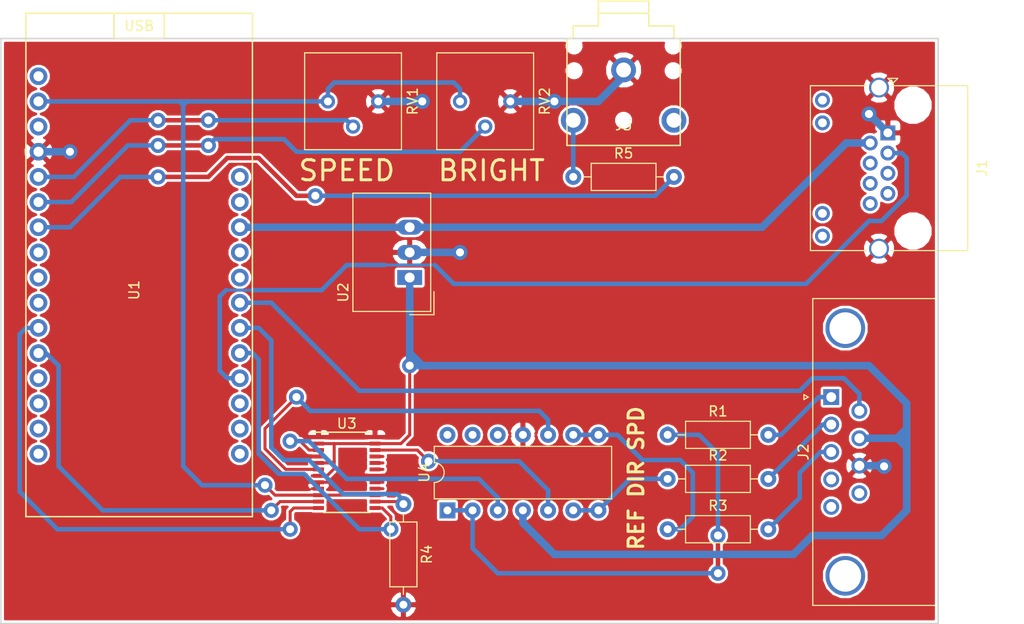
<source format=kicad_pcb>
(kicad_pcb (version 20171130) (host pcbnew "(5.0.0)")

  (general
    (thickness 1.6)
    (drawings 9)
    (tracks 263)
    (zones 0)
    (modules 14)
    (nets 58)
  )

  (page A4)
  (layers
    (0 F.Cu signal)
    (31 B.Cu signal)
    (34 B.Paste user)
    (35 F.Paste user)
    (36 B.SilkS user)
    (37 F.SilkS user)
    (38 B.Mask user)
    (39 F.Mask user)
    (44 Edge.Cuts user)
    (45 Margin user)
    (46 B.CrtYd user)
    (47 F.CrtYd user)
    (48 B.Fab user)
    (49 F.Fab user)
  )

  (setup
    (last_trace_width 0.762)
    (user_trace_width 0.254)
    (user_trace_width 0.3048)
    (user_trace_width 0.4572)
    (user_trace_width 0.6096)
    (user_trace_width 0.762)
    (user_trace_width 1.016)
    (user_trace_width 2.54)
    (user_trace_width 5.08)
    (trace_clearance 0.005)
    (zone_clearance 0.254)
    (zone_45_only no)
    (trace_min 0.254)
    (segment_width 0.2)
    (edge_width 0.15)
    (via_size 1.524)
    (via_drill 0.8128)
    (via_min_size 0.5842)
    (via_min_drill 0.3048)
    (uvia_size 0.3)
    (uvia_drill 0.1)
    (uvias_allowed no)
    (uvia_min_size 0.2)
    (uvia_min_drill 0.1)
    (pcb_text_width 0.3)
    (pcb_text_size 1.5 1.5)
    (mod_edge_width 0.15)
    (mod_text_size 1 1)
    (mod_text_width 0.15)
    (pad_size 1.778 1.778)
    (pad_drill 1.016)
    (pad_to_mask_clearance 0.0508)
    (aux_axis_origin 0 0)
    (grid_origin 101.6 66.04)
    (visible_elements 7FFFFFFF)
    (pcbplotparams
      (layerselection 0x010f0_ffffffff)
      (usegerberextensions true)
      (usegerberattributes false)
      (usegerberadvancedattributes false)
      (creategerberjobfile false)
      (excludeedgelayer true)
      (linewidth 0.100000)
      (plotframeref false)
      (viasonmask false)
      (mode 1)
      (useauxorigin false)
      (hpglpennumber 1)
      (hpglpenspeed 20)
      (hpglpendiameter 15.000000)
      (psnegative false)
      (psa4output false)
      (plotreference true)
      (plotvalue true)
      (plotinvisibletext false)
      (padsonsilk false)
      (subtractmaskfromsilk false)
      (outputformat 1)
      (mirror false)
      (drillshape 0)
      (scaleselection 1)
      (outputdirectory "gerbers/"))
  )

  (net 0 "")
  (net 1 "Net-(J2-Pad5)")
  (net 2 "Net-(J2-Pad4)")
  (net 3 "Net-(J2-Pad3)")
  (net 4 GND)
  (net 5 "Net-(RV1-Pad2)")
  (net 6 +3V3)
  (net 7 "Net-(RV2-Pad2)")
  (net 8 +12V)
  (net 9 /SPEED)
  (net 10 /REF)
  (net 11 "Net-(U3-Pad16)")
  (net 12 "Net-(U3-Pad17)")
  (net 13 "Net-(U3-Pad19)")
  (net 14 "Net-(U3-Pad20)")
  (net 15 "Net-(U3-Pad21)")
  (net 16 /DIR)
  (net 17 "Net-(U1-Pad1)")
  (net 18 "Net-(U1-Pad3)")
  (net 19 "Net-(U1-Pad8)")
  (net 20 "Net-(U1-Pad9)")
  (net 21 "Net-(U1-Pad10)")
  (net 22 "Net-(U1-Pad13)")
  (net 23 "Net-(U1-Pad14)")
  (net 24 "Net-(U1-Pad15)")
  (net 25 "Net-(U1-Pad16)")
  (net 26 "Net-(U1-Pad17)")
  (net 27 "Net-(U1-Pad18)")
  (net 28 "Net-(U1-Pad19)")
  (net 29 "Net-(U1-Pad24)")
  (net 30 "Net-(U1-Pad25)")
  (net 31 +5V)
  (net 32 "Net-(U1-Pad27)")
  (net 33 "Net-(J1-Pad4)")
  (net 34 "Net-(J1-Pad5)")
  (net 35 "Net-(J1-Pad6)")
  (net 36 "Net-(J1-Pad7)")
  (net 37 "Net-(J1-Pad8)")
  (net 38 "Net-(J2-Pad1)")
  (net 39 "Net-(J2-Pad2)")
  (net 40 "Net-(J2-Pad9)")
  (net 41 /MOSI)
  (net 42 /SCK)
  (net 43 /CS)
  (net 44 /SPEED_BUF)
  (net 45 /DIR_BUF)
  (net 46 /REF_BUF)
  (net 47 /RES)
  (net 48 "Net-(J3-PadT)")
  (net 49 "Net-(R5-Pad2)")
  (net 50 "Net-(J3-PadTN)")
  (net 51 "Net-(J1-Pad9)")
  (net 52 "Net-(J1-Pad10)")
  (net 53 "Net-(J1-Pad11)")
  (net 54 "Net-(J1-Pad12)")
  (net 55 /TX)
  (net 56 /MODE)
  (net 57 "Net-(U1-Pad28)")

  (net_class Default "This is the default net class."
    (clearance 0.005)
    (trace_width 0.254)
    (via_dia 1.524)
    (via_drill 0.8128)
    (uvia_dia 0.3)
    (uvia_drill 0.1)
    (diff_pair_gap 0.25)
    (diff_pair_width 0.254)
    (add_net +12V)
    (add_net +3V3)
    (add_net +5V)
    (add_net /CS)
    (add_net /DIR)
    (add_net /DIR_BUF)
    (add_net /MODE)
    (add_net /MOSI)
    (add_net /REF)
    (add_net /REF_BUF)
    (add_net /RES)
    (add_net /SCK)
    (add_net /SPEED)
    (add_net /SPEED_BUF)
    (add_net /TX)
    (add_net GND)
    (add_net "Net-(J1-Pad10)")
    (add_net "Net-(J1-Pad11)")
    (add_net "Net-(J1-Pad12)")
    (add_net "Net-(J1-Pad4)")
    (add_net "Net-(J1-Pad5)")
    (add_net "Net-(J1-Pad6)")
    (add_net "Net-(J1-Pad7)")
    (add_net "Net-(J1-Pad8)")
    (add_net "Net-(J1-Pad9)")
    (add_net "Net-(J2-Pad1)")
    (add_net "Net-(J2-Pad2)")
    (add_net "Net-(J2-Pad3)")
    (add_net "Net-(J2-Pad4)")
    (add_net "Net-(J2-Pad5)")
    (add_net "Net-(J2-Pad9)")
    (add_net "Net-(J3-PadT)")
    (add_net "Net-(J3-PadTN)")
    (add_net "Net-(R5-Pad2)")
    (add_net "Net-(RV1-Pad2)")
    (add_net "Net-(RV2-Pad2)")
    (add_net "Net-(U1-Pad1)")
    (add_net "Net-(U1-Pad10)")
    (add_net "Net-(U1-Pad13)")
    (add_net "Net-(U1-Pad14)")
    (add_net "Net-(U1-Pad15)")
    (add_net "Net-(U1-Pad16)")
    (add_net "Net-(U1-Pad17)")
    (add_net "Net-(U1-Pad18)")
    (add_net "Net-(U1-Pad19)")
    (add_net "Net-(U1-Pad24)")
    (add_net "Net-(U1-Pad25)")
    (add_net "Net-(U1-Pad27)")
    (add_net "Net-(U1-Pad28)")
    (add_net "Net-(U1-Pad3)")
    (add_net "Net-(U1-Pad8)")
    (add_net "Net-(U1-Pad9)")
    (add_net "Net-(U3-Pad16)")
    (add_net "Net-(U3-Pad17)")
    (add_net "Net-(U3-Pad19)")
    (add_net "Net-(U3-Pad20)")
    (add_net "Net-(U3-Pad21)")
  )

  (module Connector_RJ:RJ45_Amphenol_RJHSE538X (layer F.Cu) (tedit 5AD3662E) (tstamp 5BA1BCB3)
    (at 191.135 75.565 270)
    (descr "Shielded, 2 LED, https://www.amphenolcanada.com/ProductSearch/drawings/AC/RJHSE538X.pdf")
    (tags "RJ45 8p8c ethernet cat5")
    (path /5B94806D)
    (fp_text reference J1 (at 3.56 -9.5 270) (layer F.SilkS)
      (effects (font (size 1 1) (thickness 0.15)))
    )
    (fp_text value Ethernet_Jack (at 3.56 9.5 270) (layer F.Fab)
      (effects (font (size 1 1) (thickness 0.15)))
    )
    (fp_line (start -4.695 -7) (end -4.695 7.75) (layer F.Fab) (width 0.1))
    (fp_line (start -4.695 7.75) (end 11.815 7.75) (layer F.Fab) (width 0.1))
    (fp_line (start -3.695 -8) (end 11.815 -8) (layer F.Fab) (width 0.1))
    (fp_line (start 11.815 -8) (end 11.815 7.75) (layer F.Fab) (width 0.1))
    (fp_line (start -4.76 -8.065) (end 11.88 -8.065) (layer F.SilkS) (width 0.12))
    (fp_line (start -4.76 -8.065) (end -4.76 -0.36) (layer F.SilkS) (width 0.12))
    (fp_line (start 11.88 -8.065) (end 11.88 -0.36) (layer F.SilkS) (width 0.12))
    (fp_line (start -4.76 7.815) (end 11.88 7.815) (layer F.SilkS) (width 0.12))
    (fp_line (start -4.76 7.815) (end -4.76 2.14) (layer F.SilkS) (width 0.12))
    (fp_line (start 11.88 7.815) (end 11.88 2.14) (layer F.SilkS) (width 0.12))
    (fp_line (start -4.695 -7) (end -3.695 -8) (layer F.Fab) (width 0.1))
    (fp_line (start -6.07 -8.5) (end 13.19 -8.5) (layer F.CrtYd) (width 0.05))
    (fp_line (start -6.07 -8.5) (end -6.07 8.25) (layer F.CrtYd) (width 0.05))
    (fp_line (start -6.07 8.25) (end 13.19 8.25) (layer F.CrtYd) (width 0.05))
    (fp_line (start 13.19 -8.5) (end 13.19 8.25) (layer F.CrtYd) (width 0.05))
    (fp_text user %R (at 3.56 -6 270) (layer F.Fab)
      (effects (font (size 1 1) (thickness 0.15)))
    )
    (fp_line (start -5 -0.5) (end -5.5 0) (layer F.SilkS) (width 0.12))
    (fp_line (start -5.5 0) (end -5.5 -1) (layer F.SilkS) (width 0.12))
    (fp_line (start -5.5 -1) (end -5 -0.5) (layer F.SilkS) (width 0.12))
    (pad 1 thru_hole rect (at 0 0 270) (size 1.5 1.5) (drill 0.89) (layers *.Cu *.Mask)
      (net 4 GND))
    (pad 3 thru_hole circle (at 2.04 0 270) (size 1.5 1.5) (drill 0.89) (layers *.Cu *.Mask)
      (net 55 /TX))
    (pad 5 thru_hole circle (at 4.08 0 270) (size 1.5 1.5) (drill 0.89) (layers *.Cu *.Mask)
      (net 34 "Net-(J1-Pad5)"))
    (pad 7 thru_hole circle (at 6.12 0 270) (size 1.5 1.5) (drill 0.89) (layers *.Cu *.Mask)
      (net 36 "Net-(J1-Pad7)"))
    (pad 2 thru_hole circle (at 1.02 1.78 270) (size 1.5 1.5) (drill 0.89) (layers *.Cu *.Mask)
      (net 31 +5V))
    (pad 4 thru_hole circle (at 3.06 1.78 270) (size 1.5 1.5) (drill 0.89) (layers *.Cu *.Mask)
      (net 33 "Net-(J1-Pad4)"))
    (pad 6 thru_hole circle (at 5.1 1.78 270) (size 1.5 1.5) (drill 0.89) (layers *.Cu *.Mask)
      (net 35 "Net-(J1-Pad6)"))
    (pad 8 thru_hole circle (at 7.14 1.78 270) (size 1.5 1.5) (drill 0.89) (layers *.Cu *.Mask)
      (net 37 "Net-(J1-Pad8)"))
    (pad "" np_thru_hole circle (at -2.79 -2.54 270) (size 3.25 3.25) (drill 3.25) (layers *.Cu *.Mask))
    (pad "" np_thru_hole circle (at 9.91 -2.54 270) (size 3.25 3.25) (drill 3.25) (layers *.Cu *.Mask))
    (pad SH thru_hole circle (at 11.69 0.89 270) (size 2 2) (drill 1.57) (layers *.Cu *.Mask)
      (net 4 GND))
    (pad SH thru_hole circle (at -4.57 0.89 270) (size 2 2) (drill 1.57) (layers *.Cu *.Mask)
      (net 4 GND))
    (pad 9 thru_hole circle (at -3.3 6.6 270) (size 1.5 1.5) (drill 0.89) (layers *.Cu *.Mask)
      (net 51 "Net-(J1-Pad9)"))
    (pad 10 thru_hole circle (at -1.01 6.6 270) (size 1.5 1.5) (drill 0.89) (layers *.Cu *.Mask)
      (net 52 "Net-(J1-Pad10)"))
    (pad 11 thru_hole circle (at 8.13 6.6 270) (size 1.5 1.5) (drill 0.89) (layers *.Cu *.Mask)
      (net 53 "Net-(J1-Pad11)"))
    (pad 12 thru_hole circle (at 10.42 6.6 270) (size 1.5 1.5) (drill 0.89) (layers *.Cu *.Mask)
      (net 54 "Net-(J1-Pad12)"))
    (model ${KISYS3DMOD}/Connector_RJ.3dshapes/RJ45_Amphenol_RJHSE538X.wrl
      (at (xyz 0 0 0))
      (scale (xyz 1 1 1))
      (rotate (xyz 0 0 0))
    )
  )

  (module Potentiometer_THT:Potentiometer_Bourns_3386P_Vertical (layer F.Cu) (tedit 5AA07388) (tstamp 5B99855F)
    (at 147.955 72.39 270)
    (descr "Potentiometer, vertical, Bourns 3386P, https://www.bourns.com/pdfs/3386.pdf")
    (tags "Potentiometer vertical Bourns 3386P")
    (path /5B954657)
    (fp_text reference RV2 (at -0.015 -8.555 270) (layer F.SilkS)
      (effects (font (size 1 1) (thickness 0.15)))
    )
    (fp_text value DISPLAY_BRIGHTNESS (at -0.015 3.475 270) (layer F.Fab)
      (effects (font (size 1 1) (thickness 0.15)))
    )
    (fp_text user %R (at -3.78 -2.54) (layer F.Fab)
      (effects (font (size 1 1) (thickness 0.15)))
    )
    (fp_line (start 5 -7.56) (end -5.03 -7.56) (layer F.CrtYd) (width 0.05))
    (fp_line (start 5 2.48) (end 5 -7.56) (layer F.CrtYd) (width 0.05))
    (fp_line (start -5.03 2.48) (end 5 2.48) (layer F.CrtYd) (width 0.05))
    (fp_line (start -5.03 -7.56) (end -5.03 2.48) (layer F.CrtYd) (width 0.05))
    (fp_line (start 4.87 -7.425) (end 4.87 2.345) (layer F.SilkS) (width 0.12))
    (fp_line (start -4.9 -7.425) (end -4.9 2.345) (layer F.SilkS) (width 0.12))
    (fp_line (start -4.9 2.345) (end 4.87 2.345) (layer F.SilkS) (width 0.12))
    (fp_line (start -4.9 -7.425) (end 4.87 -7.425) (layer F.SilkS) (width 0.12))
    (fp_line (start -0.891 -0.98) (end -0.89 -4.099) (layer F.Fab) (width 0.1))
    (fp_line (start -0.891 -0.98) (end -0.89 -4.099) (layer F.Fab) (width 0.1))
    (fp_line (start 4.75 -7.305) (end -4.78 -7.305) (layer F.Fab) (width 0.1))
    (fp_line (start 4.75 2.225) (end 4.75 -7.305) (layer F.Fab) (width 0.1))
    (fp_line (start -4.78 2.225) (end 4.75 2.225) (layer F.Fab) (width 0.1))
    (fp_line (start -4.78 -7.305) (end -4.78 2.225) (layer F.Fab) (width 0.1))
    (fp_circle (center -0.891 -2.54) (end 0.684 -2.54) (layer F.Fab) (width 0.1))
    (pad 1 thru_hole circle (at 0 0 270) (size 1.44 1.44) (drill 0.8) (layers *.Cu *.Mask)
      (net 6 +3V3))
    (pad 2 thru_hole circle (at 2.54 -2.54 270) (size 1.44 1.44) (drill 0.8) (layers *.Cu *.Mask)
      (net 7 "Net-(RV2-Pad2)"))
    (pad 3 thru_hole circle (at 0 -5.08 270) (size 1.44 1.44) (drill 0.8) (layers *.Cu *.Mask)
      (net 4 GND))
    (model ${KISYS3DMOD}/Potentiometer_THT.3dshapes/Potentiometer_Bourns_3386P_Vertical.wrl
      (at (xyz 0 0 0))
      (scale (xyz 1 1 1))
      (rotate (xyz 0 0 0))
    )
  )

  (module AudioJack:AudioJack (layer F.Cu) (tedit 5B9E78D3) (tstamp 5B9ED8A3)
    (at 164.465 74.295)
    (path /5B9E71AC)
    (fp_text reference J3 (at 0 0.5) (layer F.SilkS)
      (effects (font (size 1 1) (thickness 0.15)))
    )
    (fp_text value AudioJack2_Ground_Switch (at 0 -0.5) (layer F.Fab)
      (effects (font (size 1 1) (thickness 0.15)))
    )
    (fp_line (start 5.715 -8.255) (end 5.715 2.54) (layer F.SilkS) (width 0.15))
    (fp_line (start -5.715 -8.255) (end -5.715 2.54) (layer F.SilkS) (width 0.15))
    (fp_line (start -5.715 2.54) (end 5.715 2.54) (layer F.SilkS) (width 0.15))
    (fp_line (start 5.715 -8.255) (end 5.08 -8.255) (layer F.SilkS) (width 0.15))
    (fp_line (start -5.08 -8.255) (end -5.715 -8.255) (layer F.SilkS) (width 0.15))
    (fp_line (start 2.54 -10.795) (end 2.54 -9.525) (layer F.SilkS) (width 0.15))
    (fp_line (start 2.54 -9.525) (end 5.08 -9.525) (layer F.SilkS) (width 0.15))
    (fp_line (start 5.08 -9.525) (end 5.08 -8.255) (layer F.SilkS) (width 0.15))
    (fp_line (start -2.54 -10.795) (end -2.54 -9.525) (layer F.SilkS) (width 0.15))
    (fp_line (start -2.54 -9.525) (end -5.08 -9.525) (layer F.SilkS) (width 0.15))
    (fp_line (start -5.08 -9.525) (end -5.08 -8.255) (layer F.SilkS) (width 0.15))
    (fp_line (start 2.54 -12.065) (end -2.54 -12.065) (layer F.SilkS) (width 0.15))
    (fp_line (start -2.54 -12.065) (end -2.54 -10.795) (layer F.SilkS) (width 0.15))
    (fp_line (start -2.54 -10.795) (end 2.54 -10.795) (layer F.SilkS) (width 0.15))
    (fp_line (start 2.54 -10.795) (end 2.54 -12.065) (layer F.SilkS) (width 0.15))
    (pad T thru_hole circle (at -5.08 0) (size 2.5 2.5) (drill 1.5) (layers *.Cu *.Mask)
      (net 48 "Net-(J3-PadT)"))
    (pad TN thru_hole circle (at 5.08 0) (size 2.5 2.5) (drill 1.5) (layers *.Cu *.Mask)
      (net 50 "Net-(J3-PadTN)"))
    (pad S thru_hole circle (at 0 -5.08) (size 2.5 2.5) (drill 1.5) (layers *.Cu *.Mask)
      (net 4 GND))
    (pad "" np_thru_hole circle (at 5 -5) (size 1.2 1.2) (drill 1.2) (layers *.Cu *.Mask))
    (pad "" np_thru_hole circle (at -5 -5) (size 1.2 1.2) (drill 1.2) (layers *.Cu *.Mask))
    (pad "" np_thru_hole circle (at -5 -7.5) (size 1.2 1.2) (drill 1.2) (layers *.Cu *.Mask))
    (pad "" np_thru_hole circle (at 5 -7.5) (size 1.2 1.2) (drill 1.2) (layers *.Cu *.Mask))
    (pad "" np_thru_hole circle (at 0 0) (size 1.2 1.2) (drill 1.2) (layers *.Cu *.Mask))
  )

  (module Resistor_THT:R_Axial_DIN0207_L6.3mm_D2.5mm_P10.16mm_Horizontal (layer F.Cu) (tedit 5AE5139B) (tstamp 5BA1D141)
    (at 159.385 80.01)
    (descr "Resistor, Axial_DIN0207 series, Axial, Horizontal, pin pitch=10.16mm, 0.25W = 1/4W, length*diameter=6.3*2.5mm^2, http://cdn-reichelt.de/documents/datenblatt/B400/1_4W%23YAG.pdf")
    (tags "Resistor Axial_DIN0207 series Axial Horizontal pin pitch 10.16mm 0.25W = 1/4W length 6.3mm diameter 2.5mm")
    (path /5B9EF625)
    (fp_text reference R5 (at 5.08 -2.37) (layer F.SilkS)
      (effects (font (size 1 1) (thickness 0.15)))
    )
    (fp_text value 1k (at 5.08 2.37) (layer F.Fab)
      (effects (font (size 1 1) (thickness 0.15)))
    )
    (fp_line (start 1.93 -1.25) (end 1.93 1.25) (layer F.Fab) (width 0.1))
    (fp_line (start 1.93 1.25) (end 8.23 1.25) (layer F.Fab) (width 0.1))
    (fp_line (start 8.23 1.25) (end 8.23 -1.25) (layer F.Fab) (width 0.1))
    (fp_line (start 8.23 -1.25) (end 1.93 -1.25) (layer F.Fab) (width 0.1))
    (fp_line (start 0 0) (end 1.93 0) (layer F.Fab) (width 0.1))
    (fp_line (start 10.16 0) (end 8.23 0) (layer F.Fab) (width 0.1))
    (fp_line (start 1.81 -1.37) (end 1.81 1.37) (layer F.SilkS) (width 0.12))
    (fp_line (start 1.81 1.37) (end 8.35 1.37) (layer F.SilkS) (width 0.12))
    (fp_line (start 8.35 1.37) (end 8.35 -1.37) (layer F.SilkS) (width 0.12))
    (fp_line (start 8.35 -1.37) (end 1.81 -1.37) (layer F.SilkS) (width 0.12))
    (fp_line (start 1.04 0) (end 1.81 0) (layer F.SilkS) (width 0.12))
    (fp_line (start 9.12 0) (end 8.35 0) (layer F.SilkS) (width 0.12))
    (fp_line (start -1.05 -1.5) (end -1.05 1.5) (layer F.CrtYd) (width 0.05))
    (fp_line (start -1.05 1.5) (end 11.21 1.5) (layer F.CrtYd) (width 0.05))
    (fp_line (start 11.21 1.5) (end 11.21 -1.5) (layer F.CrtYd) (width 0.05))
    (fp_line (start 11.21 -1.5) (end -1.05 -1.5) (layer F.CrtYd) (width 0.05))
    (fp_text user %R (at 5.08 0) (layer F.Fab)
      (effects (font (size 1 1) (thickness 0.15)))
    )
    (pad 1 thru_hole circle (at 0 0) (size 1.6 1.6) (drill 0.8) (layers *.Cu *.Mask)
      (net 48 "Net-(J3-PadT)"))
    (pad 2 thru_hole oval (at 10.16 0) (size 1.6 1.6) (drill 0.8) (layers *.Cu *.Mask)
      (net 49 "Net-(R5-Pad2)"))
    (model ${KISYS3DMOD}/Resistor_THT.3dshapes/R_Axial_DIN0207_L6.3mm_D2.5mm_P10.16mm_Horizontal.wrl
      (at (xyz 0 0 0))
      (scale (xyz 1 1 1))
      (rotate (xyz 0 0 0))
    )
  )

  (module Package_SO:TSSOP-24_4.4x7.8mm_P0.65mm (layer F.Cu) (tedit 5A02F25C) (tstamp 5B9DBA67)
    (at 136.525 109.855)
    (descr "TSSOP24: plastic thin shrink small outline package; 24 leads; body width 4.4 mm; (see NXP SSOP-TSSOP-VSO-REFLOW.pdf and sot355-1_po.pdf)")
    (tags "SSOP 0.65")
    (path /5B946A06)
    (attr smd)
    (fp_text reference U3 (at 0 -4.95) (layer F.SilkS)
      (effects (font (size 1 1) (thickness 0.15)))
    )
    (fp_text value AD5263 (at 0 4.95) (layer F.Fab)
      (effects (font (size 1 1) (thickness 0.15)))
    )
    (fp_line (start -1.2 -3.9) (end 2.2 -3.9) (layer F.Fab) (width 0.15))
    (fp_line (start 2.2 -3.9) (end 2.2 3.9) (layer F.Fab) (width 0.15))
    (fp_line (start 2.2 3.9) (end -2.2 3.9) (layer F.Fab) (width 0.15))
    (fp_line (start -2.2 3.9) (end -2.2 -2.9) (layer F.Fab) (width 0.15))
    (fp_line (start -2.2 -2.9) (end -1.2 -3.9) (layer F.Fab) (width 0.15))
    (fp_line (start -3.65 -4.2) (end -3.65 4.2) (layer F.CrtYd) (width 0.05))
    (fp_line (start 3.65 -4.2) (end 3.65 4.2) (layer F.CrtYd) (width 0.05))
    (fp_line (start -3.65 -4.2) (end 3.65 -4.2) (layer F.CrtYd) (width 0.05))
    (fp_line (start -3.65 4.2) (end 3.65 4.2) (layer F.CrtYd) (width 0.05))
    (fp_line (start 2.325 -4.025) (end 2.325 -4) (layer F.SilkS) (width 0.15))
    (fp_line (start 2.325 4.025) (end 2.325 4) (layer F.SilkS) (width 0.15))
    (fp_line (start -2.325 4.025) (end -2.325 4) (layer F.SilkS) (width 0.15))
    (fp_line (start -3.4 -4.075) (end 2.325 -4.075) (layer F.SilkS) (width 0.15))
    (fp_line (start -2.325 4.025) (end 2.325 4.025) (layer F.SilkS) (width 0.15))
    (fp_text user %R (at 0 0) (layer F.Fab)
      (effects (font (size 0.8 0.8) (thickness 0.15)))
    )
    (pad 1 smd rect (at -2.85 -3.575) (size 1.1 0.4) (layers F.Cu F.Paste F.Mask)
      (net 4 GND))
    (pad 2 smd rect (at -2.85 -2.925) (size 1.1 0.4) (layers F.Cu F.Paste F.Mask)
      (net 8 +12V))
    (pad 3 smd rect (at -2.85 -2.275) (size 1.1 0.4) (layers F.Cu F.Paste F.Mask)
      (net 9 /SPEED))
    (pad 4 smd rect (at -2.85 -1.625) (size 1.1 0.4) (layers F.Cu F.Paste F.Mask)
      (net 4 GND))
    (pad 5 smd rect (at -2.85 -0.975) (size 1.1 0.4) (layers F.Cu F.Paste F.Mask)
      (net 8 +12V))
    (pad 6 smd rect (at -2.85 -0.325) (size 1.1 0.4) (layers F.Cu F.Paste F.Mask)
      (net 10 /REF))
    (pad 7 smd rect (at -2.85 0.325) (size 1.1 0.4) (layers F.Cu F.Paste F.Mask)
      (net 8 +12V))
    (pad 8 smd rect (at -2.85 0.975) (size 1.1 0.4) (layers F.Cu F.Paste F.Mask)
      (net 4 GND))
    (pad 9 smd rect (at -2.85 1.625) (size 1.1 0.4) (layers F.Cu F.Paste F.Mask)
      (net 4 GND))
    (pad 10 smd rect (at -2.85 2.275) (size 1.1 0.4) (layers F.Cu F.Paste F.Mask)
      (net 6 +3V3))
    (pad 11 smd rect (at -2.85 2.925) (size 1.1 0.4) (layers F.Cu F.Paste F.Mask)
      (net 41 /MOSI))
    (pad 12 smd rect (at -2.85 3.575) (size 1.1 0.4) (layers F.Cu F.Paste F.Mask)
      (net 42 /SCK))
    (pad 13 smd rect (at 2.85 3.575) (size 1.1 0.4) (layers F.Cu F.Paste F.Mask)
      (net 43 /CS))
    (pad 14 smd rect (at 2.85 2.925) (size 1.1 0.4) (layers F.Cu F.Paste F.Mask)
      (net 47 /RES))
    (pad 15 smd rect (at 2.85 2.275) (size 1.1 0.4) (layers F.Cu F.Paste F.Mask)
      (net 6 +3V3))
    (pad 16 smd rect (at 2.85 1.625) (size 1.1 0.4) (layers F.Cu F.Paste F.Mask)
      (net 11 "Net-(U3-Pad16)"))
    (pad 17 smd rect (at 2.85 0.975) (size 1.1 0.4) (layers F.Cu F.Paste F.Mask)
      (net 12 "Net-(U3-Pad17)"))
    (pad 18 smd rect (at 2.85 0.325) (size 1.1 0.4) (layers F.Cu F.Paste F.Mask)
      (net 4 GND))
    (pad 19 smd rect (at 2.85 -0.325) (size 1.1 0.4) (layers F.Cu F.Paste F.Mask)
      (net 13 "Net-(U3-Pad19)"))
    (pad 20 smd rect (at 2.85 -0.975) (size 1.1 0.4) (layers F.Cu F.Paste F.Mask)
      (net 14 "Net-(U3-Pad20)"))
    (pad 21 smd rect (at 2.85 -1.625) (size 1.1 0.4) (layers F.Cu F.Paste F.Mask)
      (net 15 "Net-(U3-Pad21)"))
    (pad 22 smd rect (at 2.85 -2.275) (size 1.1 0.4) (layers F.Cu F.Paste F.Mask)
      (net 16 /DIR))
    (pad 23 smd rect (at 2.85 -2.925) (size 1.1 0.4) (layers F.Cu F.Paste F.Mask)
      (net 8 +12V))
    (pad 24 smd rect (at 2.85 -3.575) (size 1.1 0.4) (layers F.Cu F.Paste F.Mask)
      (net 4 GND))
    (model ${KISYS3DMOD}/Package_SO.3dshapes/TSSOP-24_4.4x7.8mm_P0.65mm.wrl
      (at (xyz 0 0 0))
      (scale (xyz 1 1 1))
      (rotate (xyz 0 0 0))
    )
  )

  (module Resistor_THT:R_Axial_DIN0207_L6.3mm_D2.5mm_P10.16mm_Horizontal (layer F.Cu) (tedit 5AE5139B) (tstamp 5B9C1AF2)
    (at 142.24 113.03 270)
    (descr "Resistor, Axial_DIN0207 series, Axial, Horizontal, pin pitch=10.16mm, 0.25W = 1/4W, length*diameter=6.3*2.5mm^2, http://cdn-reichelt.de/documents/datenblatt/B400/1_4W%23YAG.pdf")
    (tags "Resistor Axial_DIN0207 series Axial Horizontal pin pitch 10.16mm 0.25W = 1/4W length 6.3mm diameter 2.5mm")
    (path /5B9CF8C9)
    (fp_text reference R4 (at 5.08 -2.37 270) (layer F.SilkS)
      (effects (font (size 1 1) (thickness 0.15)))
    )
    (fp_text value 10k (at 5.08 2.37 270) (layer F.Fab)
      (effects (font (size 1 1) (thickness 0.15)))
    )
    (fp_line (start 1.93 -1.25) (end 1.93 1.25) (layer F.Fab) (width 0.1))
    (fp_line (start 1.93 1.25) (end 8.23 1.25) (layer F.Fab) (width 0.1))
    (fp_line (start 8.23 1.25) (end 8.23 -1.25) (layer F.Fab) (width 0.1))
    (fp_line (start 8.23 -1.25) (end 1.93 -1.25) (layer F.Fab) (width 0.1))
    (fp_line (start 0 0) (end 1.93 0) (layer F.Fab) (width 0.1))
    (fp_line (start 10.16 0) (end 8.23 0) (layer F.Fab) (width 0.1))
    (fp_line (start 1.81 -1.37) (end 1.81 1.37) (layer F.SilkS) (width 0.12))
    (fp_line (start 1.81 1.37) (end 8.35 1.37) (layer F.SilkS) (width 0.12))
    (fp_line (start 8.35 1.37) (end 8.35 -1.37) (layer F.SilkS) (width 0.12))
    (fp_line (start 8.35 -1.37) (end 1.81 -1.37) (layer F.SilkS) (width 0.12))
    (fp_line (start 1.04 0) (end 1.81 0) (layer F.SilkS) (width 0.12))
    (fp_line (start 9.12 0) (end 8.35 0) (layer F.SilkS) (width 0.12))
    (fp_line (start -1.05 -1.5) (end -1.05 1.5) (layer F.CrtYd) (width 0.05))
    (fp_line (start -1.05 1.5) (end 11.21 1.5) (layer F.CrtYd) (width 0.05))
    (fp_line (start 11.21 1.5) (end 11.21 -1.5) (layer F.CrtYd) (width 0.05))
    (fp_line (start 11.21 -1.5) (end -1.05 -1.5) (layer F.CrtYd) (width 0.05))
    (fp_text user %R (at 5.08 0 270) (layer F.Fab)
      (effects (font (size 1 1) (thickness 0.15)))
    )
    (pad 1 thru_hole circle (at 0 0 270) (size 1.6 1.6) (drill 0.8) (layers *.Cu *.Mask)
      (net 47 /RES))
    (pad 2 thru_hole oval (at 10.16 0 270) (size 1.6 1.6) (drill 0.8) (layers *.Cu *.Mask)
      (net 4 GND))
    (model ${KISYS3DMOD}/Resistor_THT.3dshapes/R_Axial_DIN0207_L6.3mm_D2.5mm_P10.16mm_Horizontal.wrl
      (at (xyz 0 0 0))
      (scale (xyz 1 1 1))
      (rotate (xyz 0 0 0))
    )
  )

  (module Potentiometer_THT:Potentiometer_Bourns_3386P_Vertical (layer F.Cu) (tedit 5AA07388) (tstamp 5B998548)
    (at 134.62 72.39 270)
    (descr "Potentiometer, vertical, Bourns 3386P, https://www.bourns.com/pdfs/3386.pdf")
    (tags "Potentiometer vertical Bourns 3386P")
    (path /5B954604)
    (fp_text reference RV1 (at -0.015 -8.555 270) (layer F.SilkS)
      (effects (font (size 1 1) (thickness 0.15)))
    )
    (fp_text value DISPLAY_SPEED (at -0.015 3.475 270) (layer F.Fab)
      (effects (font (size 1 1) (thickness 0.15)))
    )
    (fp_circle (center -0.891 -2.54) (end 0.684 -2.54) (layer F.Fab) (width 0.1))
    (fp_line (start -4.78 -7.305) (end -4.78 2.225) (layer F.Fab) (width 0.1))
    (fp_line (start -4.78 2.225) (end 4.75 2.225) (layer F.Fab) (width 0.1))
    (fp_line (start 4.75 2.225) (end 4.75 -7.305) (layer F.Fab) (width 0.1))
    (fp_line (start 4.75 -7.305) (end -4.78 -7.305) (layer F.Fab) (width 0.1))
    (fp_line (start -0.891 -0.98) (end -0.89 -4.099) (layer F.Fab) (width 0.1))
    (fp_line (start -0.891 -0.98) (end -0.89 -4.099) (layer F.Fab) (width 0.1))
    (fp_line (start -4.9 -7.425) (end 4.87 -7.425) (layer F.SilkS) (width 0.12))
    (fp_line (start -4.9 2.345) (end 4.87 2.345) (layer F.SilkS) (width 0.12))
    (fp_line (start -4.9 -7.425) (end -4.9 2.345) (layer F.SilkS) (width 0.12))
    (fp_line (start 4.87 -7.425) (end 4.87 2.345) (layer F.SilkS) (width 0.12))
    (fp_line (start -5.03 -7.56) (end -5.03 2.48) (layer F.CrtYd) (width 0.05))
    (fp_line (start -5.03 2.48) (end 5 2.48) (layer F.CrtYd) (width 0.05))
    (fp_line (start 5 2.48) (end 5 -7.56) (layer F.CrtYd) (width 0.05))
    (fp_line (start 5 -7.56) (end -5.03 -7.56) (layer F.CrtYd) (width 0.05))
    (fp_text user %R (at -3.78 -2.54) (layer F.Fab)
      (effects (font (size 1 1) (thickness 0.15)))
    )
    (pad 3 thru_hole circle (at 0 -5.08 270) (size 1.44 1.44) (drill 0.8) (layers *.Cu *.Mask)
      (net 4 GND))
    (pad 2 thru_hole circle (at 2.54 -2.54 270) (size 1.44 1.44) (drill 0.8) (layers *.Cu *.Mask)
      (net 5 "Net-(RV1-Pad2)"))
    (pad 1 thru_hole circle (at 0 0 270) (size 1.44 1.44) (drill 0.8) (layers *.Cu *.Mask)
      (net 6 +3V3))
    (model ${KISYS3DMOD}/Potentiometer_THT.3dshapes/Potentiometer_Bourns_3386P_Vertical.wrl
      (at (xyz 0 0 0))
      (scale (xyz 1 1 1))
      (rotate (xyz 0 0 0))
    )
  )

  (module Package_DIP:DIP-14_W7.62mm (layer F.Cu) (tedit 5A02E8C5) (tstamp 5B99D81A)
    (at 146.685 113.665 90)
    (descr "14-lead though-hole mounted DIP package, row spacing 7.62 mm (300 mils)")
    (tags "THT DIP DIL PDIP 2.54mm 7.62mm 300mil")
    (path /5B9452FE)
    (fp_text reference U4 (at 3.81 -2.33 90) (layer F.SilkS)
      (effects (font (size 1 1) (thickness 0.15)))
    )
    (fp_text value TL974 (at 3.81 17.57 90) (layer F.Fab)
      (effects (font (size 1 1) (thickness 0.15)))
    )
    (fp_arc (start 3.81 -1.33) (end 2.81 -1.33) (angle -180) (layer F.SilkS) (width 0.12))
    (fp_line (start 1.635 -1.27) (end 6.985 -1.27) (layer F.Fab) (width 0.1))
    (fp_line (start 6.985 -1.27) (end 6.985 16.51) (layer F.Fab) (width 0.1))
    (fp_line (start 6.985 16.51) (end 0.635 16.51) (layer F.Fab) (width 0.1))
    (fp_line (start 0.635 16.51) (end 0.635 -0.27) (layer F.Fab) (width 0.1))
    (fp_line (start 0.635 -0.27) (end 1.635 -1.27) (layer F.Fab) (width 0.1))
    (fp_line (start 2.81 -1.33) (end 1.16 -1.33) (layer F.SilkS) (width 0.12))
    (fp_line (start 1.16 -1.33) (end 1.16 16.57) (layer F.SilkS) (width 0.12))
    (fp_line (start 1.16 16.57) (end 6.46 16.57) (layer F.SilkS) (width 0.12))
    (fp_line (start 6.46 16.57) (end 6.46 -1.33) (layer F.SilkS) (width 0.12))
    (fp_line (start 6.46 -1.33) (end 4.81 -1.33) (layer F.SilkS) (width 0.12))
    (fp_line (start -1.1 -1.55) (end -1.1 16.8) (layer F.CrtYd) (width 0.05))
    (fp_line (start -1.1 16.8) (end 8.7 16.8) (layer F.CrtYd) (width 0.05))
    (fp_line (start 8.7 16.8) (end 8.7 -1.55) (layer F.CrtYd) (width 0.05))
    (fp_line (start 8.7 -1.55) (end -1.1 -1.55) (layer F.CrtYd) (width 0.05))
    (fp_text user %R (at 3.81 7.62 90) (layer F.Fab)
      (effects (font (size 1 1) (thickness 0.15)))
    )
    (pad 1 thru_hole rect (at 0 0 90) (size 1.6 1.6) (drill 0.8) (layers *.Cu *.Mask)
      (net 44 /SPEED_BUF))
    (pad 8 thru_hole oval (at 7.62 15.24 90) (size 1.6 1.6) (drill 0.8) (layers *.Cu *.Mask)
      (net 46 /REF_BUF))
    (pad 2 thru_hole oval (at 0 2.54 90) (size 1.6 1.6) (drill 0.8) (layers *.Cu *.Mask)
      (net 44 /SPEED_BUF))
    (pad 9 thru_hole oval (at 7.62 12.7 90) (size 1.6 1.6) (drill 0.8) (layers *.Cu *.Mask)
      (net 46 /REF_BUF))
    (pad 3 thru_hole oval (at 0 5.08 90) (size 1.6 1.6) (drill 0.8) (layers *.Cu *.Mask)
      (net 9 /SPEED))
    (pad 10 thru_hole oval (at 7.62 10.16 90) (size 1.6 1.6) (drill 0.8) (layers *.Cu *.Mask)
      (net 10 /REF))
    (pad 4 thru_hole oval (at 0 7.62 90) (size 1.6 1.6) (drill 0.8) (layers *.Cu *.Mask)
      (net 8 +12V))
    (pad 11 thru_hole oval (at 7.62 7.62 90) (size 1.6 1.6) (drill 0.8) (layers *.Cu *.Mask)
      (net 4 GND))
    (pad 5 thru_hole oval (at 0 10.16 90) (size 1.6 1.6) (drill 0.8) (layers *.Cu *.Mask)
      (net 16 /DIR))
    (pad 12 thru_hole oval (at 7.62 5.08 90) (size 1.6 1.6) (drill 0.8) (layers *.Cu *.Mask))
    (pad 6 thru_hole oval (at 0 12.7 90) (size 1.6 1.6) (drill 0.8) (layers *.Cu *.Mask)
      (net 45 /DIR_BUF))
    (pad 13 thru_hole oval (at 7.62 2.54 90) (size 1.6 1.6) (drill 0.8) (layers *.Cu *.Mask))
    (pad 7 thru_hole oval (at 0 15.24 90) (size 1.6 1.6) (drill 0.8) (layers *.Cu *.Mask)
      (net 45 /DIR_BUF))
    (pad 14 thru_hole oval (at 7.62 0 90) (size 1.6 1.6) (drill 0.8) (layers *.Cu *.Mask))
    (model ${KISYS3DMOD}/Package_DIP.3dshapes/DIP-14_W7.62mm.wrl
      (at (xyz 0 0 0))
      (scale (xyz 1 1 1))
      (rotate (xyz 0 0 0))
    )
  )

  (module FeatherM0_Adalogger:FeatherM0_Adalogger (layer F.Cu) (tedit 5AB93800) (tstamp 5B9985DD)
    (at 115.57 91.44 270)
    (path /5B945213)
    (fp_text reference U1 (at 0 0.5 270) (layer F.SilkS)
      (effects (font (size 1 1) (thickness 0.15)))
    )
    (fp_text value FeatherM0_Adalogger (at 0 -0.5 270) (layer F.Fab)
      (effects (font (size 1 1) (thickness 0.15)))
    )
    (fp_line (start -27.94 -2.54) (end -25.4 -2.54) (layer F.SilkS) (width 0.15))
    (fp_line (start -25.4 -2.54) (end -25.4 2.54) (layer F.SilkS) (width 0.15))
    (fp_line (start -25.4 2.54) (end -27.94 2.54) (layer F.SilkS) (width 0.15))
    (fp_text user USB (at -26.67 0) (layer F.SilkS)
      (effects (font (size 1 1) (thickness 0.15)))
    )
    (fp_line (start -27.94 11.43) (end 22.86 11.43) (layer F.SilkS) (width 0.15))
    (fp_line (start 22.86 -11.43) (end -27.94 -11.43) (layer F.SilkS) (width 0.15))
    (fp_line (start 22.86 -11.43) (end 22.86 11.43) (layer F.SilkS) (width 0.15))
    (fp_line (start -27.94 11.43) (end -27.94 -11.43) (layer F.SilkS) (width 0.15))
    (pad 1 thru_hole circle (at -21.59 10.16 270) (size 1.778 1.778) (drill 1.016) (layers *.Cu *.Mask)
      (net 17 "Net-(U1-Pad1)"))
    (pad 3 thru_hole circle (at -16.51 10.16 270) (size 1.778 1.778) (drill 1.016) (layers *.Cu *.Mask)
      (net 18 "Net-(U1-Pad3)"))
    (pad 4 thru_hole circle (at -13.97 10.16 270) (size 1.778 1.778) (drill 1.016) (layers *.Cu *.Mask)
      (net 4 GND))
    (pad 5 thru_hole circle (at -11.43 10.16 270) (size 1.778 1.778) (drill 1.016) (layers *.Cu *.Mask)
      (net 5 "Net-(RV1-Pad2)"))
    (pad 6 thru_hole circle (at -8.89 10.16 270) (size 1.778 1.778) (drill 1.016) (layers *.Cu *.Mask)
      (net 7 "Net-(RV2-Pad2)"))
    (pad 7 thru_hole circle (at -6.35 10.16 270) (size 1.778 1.778) (drill 1.016) (layers *.Cu *.Mask)
      (net 49 "Net-(R5-Pad2)"))
    (pad 8 thru_hole circle (at -3.81 10.16 270) (size 1.778 1.778) (drill 1.016) (layers *.Cu *.Mask)
      (net 19 "Net-(U1-Pad8)"))
    (pad 9 thru_hole circle (at -1.27 10.16 270) (size 1.778 1.778) (drill 1.016) (layers *.Cu *.Mask)
      (net 20 "Net-(U1-Pad9)"))
    (pad 10 thru_hole circle (at 1.27 10.16 270) (size 1.778 1.778) (drill 1.016) (layers *.Cu *.Mask)
      (net 21 "Net-(U1-Pad10)"))
    (pad 11 thru_hole circle (at 3.81 10.16 270) (size 1.778 1.778) (drill 1.016) (layers *.Cu *.Mask)
      (net 42 /SCK))
    (pad 12 thru_hole circle (at 6.35 10.16 270) (size 1.778 1.778) (drill 1.016) (layers *.Cu *.Mask)
      (net 41 /MOSI))
    (pad 13 thru_hole circle (at 8.89 10.16 270) (size 1.778 1.778) (drill 1.016) (layers *.Cu *.Mask)
      (net 22 "Net-(U1-Pad13)"))
    (pad 14 thru_hole circle (at 11.43 10.16 270) (size 1.778 1.778) (drill 1.016) (layers *.Cu *.Mask)
      (net 23 "Net-(U1-Pad14)"))
    (pad 15 thru_hole circle (at 13.97 10.16 270) (size 1.778 1.778) (drill 1.016) (layers *.Cu *.Mask)
      (net 24 "Net-(U1-Pad15)"))
    (pad 16 thru_hole circle (at 16.51 10.16 270) (size 1.778 1.778) (drill 1.016) (layers *.Cu *.Mask)
      (net 25 "Net-(U1-Pad16)"))
    (pad 17 thru_hole circle (at 16.51 -10.16 270) (size 1.778 1.778) (drill 1.016) (layers *.Cu *.Mask)
      (net 26 "Net-(U1-Pad17)"))
    (pad 18 thru_hole circle (at 13.97 -10.16 270) (size 1.778 1.778) (drill 1.016) (layers *.Cu *.Mask)
      (net 27 "Net-(U1-Pad18)"))
    (pad 19 thru_hole circle (at 11.43 -10.16 270) (size 1.778 1.778) (drill 1.016) (layers *.Cu *.Mask)
      (net 28 "Net-(U1-Pad19)"))
    (pad 20 thru_hole circle (at 8.89 -10.16 270) (size 1.778 1.778) (drill 1.016) (layers *.Cu *.Mask)
      (net 55 /TX))
    (pad 21 thru_hole circle (at 6.35 -10.16 270) (size 1.778 1.778) (drill 1.016) (layers *.Cu *.Mask)
      (net 43 /CS))
    (pad 22 thru_hole circle (at 3.81 -10.16 270) (size 1.778 1.778) (drill 1.016) (layers *.Cu *.Mask)
      (net 47 /RES))
    (pad 23 thru_hole circle (at 1.27 -10.16 270) (size 1.778 1.778) (drill 1.016) (layers *.Cu *.Mask)
      (net 56 /MODE))
    (pad 24 thru_hole circle (at -1.27 -10.16 270) (size 1.778 1.778) (drill 1.016) (layers *.Cu *.Mask)
      (net 29 "Net-(U1-Pad24)"))
    (pad 25 thru_hole circle (at -3.81 -10.16 270) (size 1.778 1.778) (drill 1.016) (layers *.Cu *.Mask)
      (net 30 "Net-(U1-Pad25)"))
    (pad 26 thru_hole circle (at -6.35 -10.16 270) (size 1.778 1.778) (drill 1.016) (layers *.Cu *.Mask)
      (net 31 +5V))
    (pad 27 thru_hole circle (at -8.89 -10.16 270) (size 1.778 1.778) (drill 1.016) (layers *.Cu *.Mask)
      (net 32 "Net-(U1-Pad27)"))
    (pad 28 thru_hole circle (at -11.43 -10.16 270) (size 1.778 1.778) (drill 1.016) (layers *.Cu *.Mask)
      (net 57 "Net-(U1-Pad28)"))
    (pad 2 thru_hole circle (at -19.05 10.16 270) (size 1.778 1.778) (drill 1.016) (layers *.Cu *.Mask)
      (net 6 +3V3))
  )

  (module Converter_DCDC:Converter_DCDC_TRACO_TSR-1_THT (layer F.Cu) (tedit 59FE1FB7) (tstamp 5B99EC7C)
    (at 142.875 90.17 90)
    (descr "DCDC-Converter, TRACO, TSR 1-xxxx")
    (tags "DCDC-Converter TRACO TSR-1")
    (path /5B947E76)
    (fp_text reference U2 (at -1.5 -6.71 90) (layer F.SilkS)
      (effects (font (size 1 1) (thickness 0.15)))
    )
    (fp_text value "TSR 1-2450" (at 2.5 3.25 90) (layer F.Fab)
      (effects (font (size 1 1) (thickness 0.15)))
    )
    (fp_text user %R (at 3 -3 90) (layer F.Fab)
      (effects (font (size 1 1) (thickness 0.15)))
    )
    (fp_line (start -3.75 2.45) (end -1.42 2.45) (layer F.SilkS) (width 0.12))
    (fp_line (start -3.75 0) (end -3.75 2.45) (layer F.SilkS) (width 0.12))
    (fp_line (start -3.3 1) (end -2.3 2) (layer F.Fab) (width 0.1))
    (fp_line (start -3.3 1) (end -3.3 -5.6) (layer F.Fab) (width 0.1))
    (fp_line (start 8.4 2) (end 8.4 -5.6) (layer F.Fab) (width 0.1))
    (fp_line (start -3.3 -5.6) (end 8.4 -5.6) (layer F.Fab) (width 0.1))
    (fp_line (start -3.55 2.25) (end -3.55 -5.85) (layer F.CrtYd) (width 0.05))
    (fp_line (start 8.65 2.25) (end -3.55 2.25) (layer F.CrtYd) (width 0.05))
    (fp_line (start 8.65 -5.85) (end 8.65 2.25) (layer F.CrtYd) (width 0.05))
    (fp_line (start -3.55 -5.85) (end 8.65 -5.85) (layer F.CrtYd) (width 0.05))
    (fp_line (start 8.52 2.12) (end -3.42 2.12) (layer F.SilkS) (width 0.12))
    (fp_line (start 8.52 -5.73) (end 8.52 2.12) (layer F.SilkS) (width 0.12))
    (fp_line (start -3.42 -5.73) (end 8.52 -5.73) (layer F.SilkS) (width 0.12))
    (fp_line (start -3.42 2.12) (end -3.42 -5.73) (layer F.SilkS) (width 0.12))
    (fp_line (start -2.3 2) (end 8.4 2) (layer F.Fab) (width 0.1))
    (pad 1 thru_hole rect (at 0 0 90) (size 1.5 2.5) (drill 1) (layers *.Cu *.Mask)
      (net 8 +12V))
    (pad 2 thru_hole oval (at 2.54 0 90) (size 1.5 2.5) (drill 1) (layers *.Cu *.Mask)
      (net 4 GND))
    (pad 3 thru_hole oval (at 5.08 0 90) (size 1.5 2.5) (drill 1) (layers *.Cu *.Mask)
      (net 31 +5V))
    (model ${KISYS3DMOD}/Converter_DCDC.3dshapes/Converter_DCDC_TRACO_TSR-1_THT.wrl
      (at (xyz 0 0 0))
      (scale (xyz 1 1 1))
      (rotate (xyz 0 0 0))
    )
  )

  (module Connector_Dsub:DSUB-9_Female_Horizontal_P2.77x2.84mm_EdgePinOffset7.70mm_Housed_MountingHolesOffset9.12mm (layer F.Cu) (tedit 59FEDEE2) (tstamp 5B998644)
    (at 185.42 102.235 90)
    (descr "9-pin D-Sub connector, horizontal/angled (90 deg), THT-mount, female, pitch 2.77x2.84mm, pin-PCB-offset 7.699999999999999mm, distance of mounting holes 25mm, distance of mounting holes to PCB edge 9.12mm, see https://disti-assets.s3.amazonaws.com/tonar/files/datasheets/16730.pdf")
    (tags "9-pin D-Sub connector horizontal angled 90deg THT female pitch 2.77x2.84mm pin-PCB-offset 7.699999999999999mm mounting-holes-distance 25mm mounting-hole-offset 25mm")
    (path /5B947142)
    (fp_text reference J2 (at -5.54 -2.8 90) (layer F.SilkS)
      (effects (font (size 1 1) (thickness 0.15)))
    )
    (fp_text value DB9_Female (at -5.54 18.61 90) (layer F.Fab)
      (effects (font (size 1 1) (thickness 0.15)))
    )
    (fp_arc (start -18.04 1.42) (end -19.64 1.42) (angle 180) (layer F.Fab) (width 0.1))
    (fp_arc (start 6.96 1.42) (end 5.36 1.42) (angle 180) (layer F.Fab) (width 0.1))
    (fp_line (start -20.965 -1.8) (end -20.965 10.54) (layer F.Fab) (width 0.1))
    (fp_line (start -20.965 10.54) (end 9.885 10.54) (layer F.Fab) (width 0.1))
    (fp_line (start 9.885 10.54) (end 9.885 -1.8) (layer F.Fab) (width 0.1))
    (fp_line (start 9.885 -1.8) (end -20.965 -1.8) (layer F.Fab) (width 0.1))
    (fp_line (start -20.965 10.54) (end -20.965 10.94) (layer F.Fab) (width 0.1))
    (fp_line (start -20.965 10.94) (end 9.885 10.94) (layer F.Fab) (width 0.1))
    (fp_line (start 9.885 10.94) (end 9.885 10.54) (layer F.Fab) (width 0.1))
    (fp_line (start 9.885 10.54) (end -20.965 10.54) (layer F.Fab) (width 0.1))
    (fp_line (start -13.69 10.94) (end -13.69 17.11) (layer F.Fab) (width 0.1))
    (fp_line (start -13.69 17.11) (end 2.61 17.11) (layer F.Fab) (width 0.1))
    (fp_line (start 2.61 17.11) (end 2.61 10.94) (layer F.Fab) (width 0.1))
    (fp_line (start 2.61 10.94) (end -13.69 10.94) (layer F.Fab) (width 0.1))
    (fp_line (start -20.54 10.94) (end -20.54 15.94) (layer F.Fab) (width 0.1))
    (fp_line (start -20.54 15.94) (end -15.54 15.94) (layer F.Fab) (width 0.1))
    (fp_line (start -15.54 15.94) (end -15.54 10.94) (layer F.Fab) (width 0.1))
    (fp_line (start -15.54 10.94) (end -20.54 10.94) (layer F.Fab) (width 0.1))
    (fp_line (start 4.46 10.94) (end 4.46 15.94) (layer F.Fab) (width 0.1))
    (fp_line (start 4.46 15.94) (end 9.46 15.94) (layer F.Fab) (width 0.1))
    (fp_line (start 9.46 15.94) (end 9.46 10.94) (layer F.Fab) (width 0.1))
    (fp_line (start 9.46 10.94) (end 4.46 10.94) (layer F.Fab) (width 0.1))
    (fp_line (start -19.64 10.54) (end -19.64 1.42) (layer F.Fab) (width 0.1))
    (fp_line (start -16.44 10.54) (end -16.44 1.42) (layer F.Fab) (width 0.1))
    (fp_line (start 5.36 10.54) (end 5.36 1.42) (layer F.Fab) (width 0.1))
    (fp_line (start 8.56 10.54) (end 8.56 1.42) (layer F.Fab) (width 0.1))
    (fp_line (start -21.025 10.48) (end -21.025 -1.86) (layer F.SilkS) (width 0.12))
    (fp_line (start -21.025 -1.86) (end 9.945 -1.86) (layer F.SilkS) (width 0.12))
    (fp_line (start 9.945 -1.86) (end 9.945 10.48) (layer F.SilkS) (width 0.12))
    (fp_line (start -0.25 -2.754338) (end 0.25 -2.754338) (layer F.SilkS) (width 0.12))
    (fp_line (start 0.25 -2.754338) (end 0 -2.321325) (layer F.SilkS) (width 0.12))
    (fp_line (start 0 -2.321325) (end -0.25 -2.754338) (layer F.SilkS) (width 0.12))
    (fp_line (start -21.5 -2.35) (end -21.5 17.65) (layer F.CrtYd) (width 0.05))
    (fp_line (start -21.5 17.65) (end 10.4 17.65) (layer F.CrtYd) (width 0.05))
    (fp_line (start 10.4 17.65) (end 10.4 -2.35) (layer F.CrtYd) (width 0.05))
    (fp_line (start 10.4 -2.35) (end -21.5 -2.35) (layer F.CrtYd) (width 0.05))
    (fp_text user %R (at -5.54 14.025 90) (layer F.Fab)
      (effects (font (size 1 1) (thickness 0.15)))
    )
    (pad 1 thru_hole rect (at 0 0 90) (size 1.6 1.6) (drill 1) (layers *.Cu *.Mask)
      (net 38 "Net-(J2-Pad1)"))
    (pad 2 thru_hole circle (at -2.77 0 90) (size 1.6 1.6) (drill 1) (layers *.Cu *.Mask)
      (net 39 "Net-(J2-Pad2)"))
    (pad 3 thru_hole circle (at -5.54 0 90) (size 1.6 1.6) (drill 1) (layers *.Cu *.Mask)
      (net 3 "Net-(J2-Pad3)"))
    (pad 4 thru_hole circle (at -8.31 0 90) (size 1.6 1.6) (drill 1) (layers *.Cu *.Mask)
      (net 2 "Net-(J2-Pad4)"))
    (pad 5 thru_hole circle (at -11.08 0 90) (size 1.6 1.6) (drill 1) (layers *.Cu *.Mask)
      (net 1 "Net-(J2-Pad5)"))
    (pad 6 thru_hole circle (at -1.385 2.84 90) (size 1.6 1.6) (drill 1) (layers *.Cu *.Mask)
      (net 56 /MODE))
    (pad 7 thru_hole circle (at -4.155 2.84 90) (size 1.6 1.6) (drill 1) (layers *.Cu *.Mask)
      (net 8 +12V))
    (pad 8 thru_hole circle (at -6.925 2.84 90) (size 1.6 1.6) (drill 1) (layers *.Cu *.Mask)
      (net 4 GND))
    (pad 9 thru_hole circle (at -9.695 2.84 90) (size 1.6 1.6) (drill 1) (layers *.Cu *.Mask)
      (net 40 "Net-(J2-Pad9)"))
    (pad 0 thru_hole circle (at -18.04 1.42 90) (size 4 4) (drill 3.2) (layers *.Cu *.Mask))
    (pad 0 thru_hole circle (at 6.96 1.42 90) (size 4 4) (drill 3.2) (layers *.Cu *.Mask))
    (model ${KISYS3DMOD}/Connector_Dsub.3dshapes/DSUB-9_Female_Horizontal_P2.77x2.84mm_EdgePinOffset7.70mm_Housed_MountingHolesOffset9.12mm.wrl
      (at (xyz 0 0 0))
      (scale (xyz 1 1 1))
      (rotate (xyz 0 0 0))
    )
  )

  (module Resistor_THT:R_Axial_DIN0207_L6.3mm_D2.5mm_P10.16mm_Horizontal (layer F.Cu) (tedit 5AE5139B) (tstamp 5BA1DBFF)
    (at 168.91 115.57)
    (descr "Resistor, Axial_DIN0207 series, Axial, Horizontal, pin pitch=10.16mm, 0.25W = 1/4W, length*diameter=6.3*2.5mm^2, http://cdn-reichelt.de/documents/datenblatt/B400/1_4W%23YAG.pdf")
    (tags "Resistor Axial_DIN0207 series Axial Horizontal pin pitch 10.16mm 0.25W = 1/4W length 6.3mm diameter 2.5mm")
    (path /5B9478E0)
    (fp_text reference R3 (at 5.08 -2.37) (layer F.SilkS)
      (effects (font (size 1 1) (thickness 0.15)))
    )
    (fp_text value 470 (at 5.08 2.37) (layer F.Fab)
      (effects (font (size 1 1) (thickness 0.15)))
    )
    (fp_line (start 1.93 -1.25) (end 1.93 1.25) (layer F.Fab) (width 0.1))
    (fp_line (start 1.93 1.25) (end 8.23 1.25) (layer F.Fab) (width 0.1))
    (fp_line (start 8.23 1.25) (end 8.23 -1.25) (layer F.Fab) (width 0.1))
    (fp_line (start 8.23 -1.25) (end 1.93 -1.25) (layer F.Fab) (width 0.1))
    (fp_line (start 0 0) (end 1.93 0) (layer F.Fab) (width 0.1))
    (fp_line (start 10.16 0) (end 8.23 0) (layer F.Fab) (width 0.1))
    (fp_line (start 1.81 -1.37) (end 1.81 1.37) (layer F.SilkS) (width 0.12))
    (fp_line (start 1.81 1.37) (end 8.35 1.37) (layer F.SilkS) (width 0.12))
    (fp_line (start 8.35 1.37) (end 8.35 -1.37) (layer F.SilkS) (width 0.12))
    (fp_line (start 8.35 -1.37) (end 1.81 -1.37) (layer F.SilkS) (width 0.12))
    (fp_line (start 1.04 0) (end 1.81 0) (layer F.SilkS) (width 0.12))
    (fp_line (start 9.12 0) (end 8.35 0) (layer F.SilkS) (width 0.12))
    (fp_line (start -1.05 -1.5) (end -1.05 1.5) (layer F.CrtYd) (width 0.05))
    (fp_line (start -1.05 1.5) (end 11.21 1.5) (layer F.CrtYd) (width 0.05))
    (fp_line (start 11.21 1.5) (end 11.21 -1.5) (layer F.CrtYd) (width 0.05))
    (fp_line (start 11.21 -1.5) (end -1.05 -1.5) (layer F.CrtYd) (width 0.05))
    (fp_text user %R (at 5.08 0) (layer F.Fab)
      (effects (font (size 1 1) (thickness 0.15)))
    )
    (pad 1 thru_hole circle (at 0 0) (size 1.6 1.6) (drill 0.8) (layers *.Cu *.Mask)
      (net 46 /REF_BUF))
    (pad 2 thru_hole oval (at 10.16 0) (size 1.6 1.6) (drill 0.8) (layers *.Cu *.Mask)
      (net 3 "Net-(J2-Pad3)"))
    (model ${KISYS3DMOD}/Resistor_THT.3dshapes/R_Axial_DIN0207_L6.3mm_D2.5mm_P10.16mm_Horizontal.wrl
      (at (xyz 0 0 0))
      (scale (xyz 1 1 1))
      (rotate (xyz 0 0 0))
    )
  )

  (module Resistor_THT:R_Axial_DIN0207_L6.3mm_D2.5mm_P10.16mm_Horizontal (layer F.Cu) (tedit 5AE5139B) (tstamp 5B99851A)
    (at 168.91 110.49)
    (descr "Resistor, Axial_DIN0207 series, Axial, Horizontal, pin pitch=10.16mm, 0.25W = 1/4W, length*diameter=6.3*2.5mm^2, http://cdn-reichelt.de/documents/datenblatt/B400/1_4W%23YAG.pdf")
    (tags "Resistor Axial_DIN0207 series Axial Horizontal pin pitch 10.16mm 0.25W = 1/4W length 6.3mm diameter 2.5mm")
    (path /5B9478A3)
    (fp_text reference R2 (at 5.08 -2.37) (layer F.SilkS)
      (effects (font (size 1 1) (thickness 0.15)))
    )
    (fp_text value 1.8K (at 5.08 2.37) (layer F.Fab)
      (effects (font (size 1 1) (thickness 0.15)))
    )
    (fp_text user %R (at 5.08 0) (layer F.Fab)
      (effects (font (size 1 1) (thickness 0.15)))
    )
    (fp_line (start 11.21 -1.5) (end -1.05 -1.5) (layer F.CrtYd) (width 0.05))
    (fp_line (start 11.21 1.5) (end 11.21 -1.5) (layer F.CrtYd) (width 0.05))
    (fp_line (start -1.05 1.5) (end 11.21 1.5) (layer F.CrtYd) (width 0.05))
    (fp_line (start -1.05 -1.5) (end -1.05 1.5) (layer F.CrtYd) (width 0.05))
    (fp_line (start 9.12 0) (end 8.35 0) (layer F.SilkS) (width 0.12))
    (fp_line (start 1.04 0) (end 1.81 0) (layer F.SilkS) (width 0.12))
    (fp_line (start 8.35 -1.37) (end 1.81 -1.37) (layer F.SilkS) (width 0.12))
    (fp_line (start 8.35 1.37) (end 8.35 -1.37) (layer F.SilkS) (width 0.12))
    (fp_line (start 1.81 1.37) (end 8.35 1.37) (layer F.SilkS) (width 0.12))
    (fp_line (start 1.81 -1.37) (end 1.81 1.37) (layer F.SilkS) (width 0.12))
    (fp_line (start 10.16 0) (end 8.23 0) (layer F.Fab) (width 0.1))
    (fp_line (start 0 0) (end 1.93 0) (layer F.Fab) (width 0.1))
    (fp_line (start 8.23 -1.25) (end 1.93 -1.25) (layer F.Fab) (width 0.1))
    (fp_line (start 8.23 1.25) (end 8.23 -1.25) (layer F.Fab) (width 0.1))
    (fp_line (start 1.93 1.25) (end 8.23 1.25) (layer F.Fab) (width 0.1))
    (fp_line (start 1.93 -1.25) (end 1.93 1.25) (layer F.Fab) (width 0.1))
    (pad 2 thru_hole oval (at 10.16 0) (size 1.6 1.6) (drill 0.8) (layers *.Cu *.Mask)
      (net 39 "Net-(J2-Pad2)"))
    (pad 1 thru_hole circle (at 0 0) (size 1.6 1.6) (drill 0.8) (layers *.Cu *.Mask)
      (net 45 /DIR_BUF))
    (model ${KISYS3DMOD}/Resistor_THT.3dshapes/R_Axial_DIN0207_L6.3mm_D2.5mm_P10.16mm_Horizontal.wrl
      (at (xyz 0 0 0))
      (scale (xyz 1 1 1))
      (rotate (xyz 0 0 0))
    )
  )

  (module Resistor_THT:R_Axial_DIN0207_L6.3mm_D2.5mm_P10.16mm_Horizontal (layer F.Cu) (tedit 5AE5139B) (tstamp 5B99DC51)
    (at 168.91 106.045)
    (descr "Resistor, Axial_DIN0207 series, Axial, Horizontal, pin pitch=10.16mm, 0.25W = 1/4W, length*diameter=6.3*2.5mm^2, http://cdn-reichelt.de/documents/datenblatt/B400/1_4W%23YAG.pdf")
    (tags "Resistor Axial_DIN0207 series Axial Horizontal pin pitch 10.16mm 0.25W = 1/4W length 6.3mm diameter 2.5mm")
    (path /5B947826)
    (fp_text reference R1 (at 5.08 -2.37) (layer F.SilkS)
      (effects (font (size 1 1) (thickness 0.15)))
    )
    (fp_text value 1.8K (at 5.08 2.37) (layer F.Fab)
      (effects (font (size 1 1) (thickness 0.15)))
    )
    (fp_line (start 1.93 -1.25) (end 1.93 1.25) (layer F.Fab) (width 0.1))
    (fp_line (start 1.93 1.25) (end 8.23 1.25) (layer F.Fab) (width 0.1))
    (fp_line (start 8.23 1.25) (end 8.23 -1.25) (layer F.Fab) (width 0.1))
    (fp_line (start 8.23 -1.25) (end 1.93 -1.25) (layer F.Fab) (width 0.1))
    (fp_line (start 0 0) (end 1.93 0) (layer F.Fab) (width 0.1))
    (fp_line (start 10.16 0) (end 8.23 0) (layer F.Fab) (width 0.1))
    (fp_line (start 1.81 -1.37) (end 1.81 1.37) (layer F.SilkS) (width 0.12))
    (fp_line (start 1.81 1.37) (end 8.35 1.37) (layer F.SilkS) (width 0.12))
    (fp_line (start 8.35 1.37) (end 8.35 -1.37) (layer F.SilkS) (width 0.12))
    (fp_line (start 8.35 -1.37) (end 1.81 -1.37) (layer F.SilkS) (width 0.12))
    (fp_line (start 1.04 0) (end 1.81 0) (layer F.SilkS) (width 0.12))
    (fp_line (start 9.12 0) (end 8.35 0) (layer F.SilkS) (width 0.12))
    (fp_line (start -1.05 -1.5) (end -1.05 1.5) (layer F.CrtYd) (width 0.05))
    (fp_line (start -1.05 1.5) (end 11.21 1.5) (layer F.CrtYd) (width 0.05))
    (fp_line (start 11.21 1.5) (end 11.21 -1.5) (layer F.CrtYd) (width 0.05))
    (fp_line (start 11.21 -1.5) (end -1.05 -1.5) (layer F.CrtYd) (width 0.05))
    (fp_text user %R (at 5.08 0) (layer F.Fab)
      (effects (font (size 1 1) (thickness 0.15)))
    )
    (pad 1 thru_hole circle (at 0 0) (size 1.6 1.6) (drill 0.8) (layers *.Cu *.Mask)
      (net 44 /SPEED_BUF))
    (pad 2 thru_hole oval (at 10.16 0) (size 1.6 1.6) (drill 0.8) (layers *.Cu *.Mask)
      (net 38 "Net-(J2-Pad1)"))
    (model ${KISYS3DMOD}/Resistor_THT.3dshapes/R_Axial_DIN0207_L6.3mm_D2.5mm_P10.16mm_Horizontal.wrl
      (at (xyz 0 0 0))
      (scale (xyz 1 1 1))
      (rotate (xyz 0 0 0))
    )
  )

  (gr_text REF (at 165.735 115.57 90) (layer F.SilkS) (tstamp 5BA83605)
    (effects (font (size 1.5 1.5) (thickness 0.3)))
  )
  (gr_text SPD (at 165.735 105.41 90) (layer F.SilkS) (tstamp 5BA8360A)
    (effects (font (size 1.5 1.5) (thickness 0.3)))
  )
  (gr_text DIR (at 165.735 110.49 90) (layer F.SilkS) (tstamp 5BA8360F)
    (effects (font (size 1.5 1.5) (thickness 0.3)))
  )
  (gr_text BRIGHT (at 151.13 79.375) (layer F.SilkS) (tstamp 5B994313)
    (effects (font (size 2.032 2.032) (thickness 0.3)))
  )
  (gr_text SPEED (at 136.525 79.375) (layer F.SilkS) (tstamp 5BA1D0DE)
    (effects (font (size 2.032 2.032) (thickness 0.3)))
  )
  (gr_line (start 101.6 125.095) (end 101.6 66.04) (layer Edge.Cuts) (width 0.15))
  (gr_line (start 196.215 125.095) (end 101.6 125.095) (layer Edge.Cuts) (width 0.15))
  (gr_line (start 196.215 66.04) (end 196.215 125.095) (layer Edge.Cuts) (width 0.15))
  (gr_line (start 196.215 66.04) (end 101.6 66.04) (layer Edge.Cuts) (width 0.15))

  (segment (start 184.325 107.775) (end 185.42 107.775) (width 0.4572) (layer B.Cu) (net 3))
  (segment (start 182.245 109.855) (end 184.325 107.775) (width 0.4572) (layer B.Cu) (net 3))
  (segment (start 179.07 115.57) (end 182.245 112.395) (width 0.4572) (layer B.Cu) (net 3))
  (segment (start 182.245 112.395) (end 182.245 109.855) (width 0.4572) (layer B.Cu) (net 3))
  (segment (start 133.675 110.83) (end 133.675 111.48) (width 0.3048) (layer F.Cu) (net 4))
  (segment (start 136.312 110.83) (end 133.675 110.83) (width 0.3048) (layer F.Cu) (net 4))
  (segment (start 139.375 110.18) (end 136.962 110.18) (width 0.3048) (layer F.Cu) (net 4))
  (segment (start 136.962 110.18) (end 136.312 110.83) (width 0.3048) (layer F.Cu) (net 4))
  (via (at 108.585 77.47) (size 1.524) (drill 0.8128) (layers F.Cu B.Cu) (net 4))
  (segment (start 105.41 77.47) (end 108.585 77.47) (width 0.762) (layer B.Cu) (net 4))
  (via (at 147.955 87.63) (size 1.524) (drill 0.8128) (layers F.Cu B.Cu) (net 4))
  (segment (start 142.875 87.63) (end 147.955 87.63) (width 0.762) (layer B.Cu) (net 4))
  (via (at 144.145 72.39) (size 1.524) (drill 0.8128) (layers F.Cu B.Cu) (net 4))
  (segment (start 139.7 72.39) (end 144.145 72.39) (width 0.762) (layer B.Cu) (net 4))
  (segment (start 140.179 110.18) (end 140.1842 110.1852) (width 0.3048) (layer F.Cu) (net 4))
  (segment (start 139.375 110.18) (end 140.179 110.18) (width 0.3048) (layer F.Cu) (net 4))
  (segment (start 140.1842 110.1852) (end 141.351 110.1852) (width 0.3048) (layer F.Cu) (net 4))
  (segment (start 133.675 110.83) (end 131.8162 110.83) (width 0.3048) (layer F.Cu) (net 4))
  (segment (start 133.675 106.28) (end 133.675 105.2374) (width 0.3048) (layer F.Cu) (net 4))
  (segment (start 139.375 106.28) (end 139.375 105.1612) (width 0.3048) (layer F.Cu) (net 4))
  (segment (start 131.064 104.394) (end 131.318 104.394) (width 0.3048) (layer F.Cu) (net 4))
  (segment (start 129.38761 106.07039) (end 131.064 104.394) (width 0.3048) (layer F.Cu) (net 4))
  (segment (start 129.38761 107.28961) (end 129.38761 106.07039) (width 0.3048) (layer F.Cu) (net 4))
  (segment (start 133.675 108.23) (end 130.328 108.23) (width 0.3048) (layer F.Cu) (net 4))
  (segment (start 130.328 108.23) (end 129.38761 107.28961) (width 0.3048) (layer F.Cu) (net 4))
  (via (at 190.754 109.22) (size 1.524) (drill 0.8128) (layers F.Cu B.Cu) (net 4))
  (segment (start 190.694 109.16) (end 188.26 109.16) (width 0.762) (layer B.Cu) (net 4))
  (segment (start 190.754 109.22) (end 190.694 109.16) (width 0.762) (layer B.Cu) (net 4))
  (via (at 189.23 73.66) (size 1.524) (drill 0.8128) (layers F.Cu B.Cu) (net 4))
  (segment (start 191.135 75.565) (end 189.23 73.66) (width 0.762) (layer B.Cu) (net 4))
  (segment (start 161.925 72.39) (end 157.48 72.39) (width 0.762) (layer B.Cu) (net 4))
  (segment (start 153.035 72.39) (end 157.48 72.39) (width 0.762) (layer B.Cu) (net 4))
  (via (at 157.48 72.39) (size 1.524) (drill 0.8128) (layers F.Cu B.Cu) (net 4))
  (segment (start 164.465 69.85) (end 161.925 72.39) (width 0.762) (layer B.Cu) (net 4))
  (segment (start 164.465 69.215) (end 164.465 69.85) (width 0.762) (layer B.Cu) (net 4))
  (segment (start 133.675 111.48) (end 133.025 111.48) (width 0.3048) (layer F.Cu) (net 4))
  (segment (start 133.675 106.28) (end 133.025 106.28) (width 0.3048) (layer F.Cu) (net 4))
  (segment (start 139.375 106.28) (end 140.175 106.28) (width 0.3048) (layer F.Cu) (net 4))
  (segment (start 114.681 74.295) (end 116.39737 74.295) (width 0.4572) (layer B.Cu) (net 5))
  (segment (start 116.39737 74.295) (end 117.475 74.295) (width 0.4572) (layer B.Cu) (net 5))
  (segment (start 105.41 80.01) (end 108.966 80.01) (width 0.4572) (layer B.Cu) (net 5))
  (via (at 117.475 74.295) (size 1.524) (drill 0.8128) (layers F.Cu B.Cu) (net 5))
  (segment (start 108.966 80.01) (end 114.681 74.295) (width 0.4572) (layer B.Cu) (net 5))
  (via (at 122.555 74.295) (size 1.524) (drill 0.8128) (layers F.Cu B.Cu) (net 5))
  (segment (start 117.475 74.295) (end 122.555 74.295) (width 0.4572) (layer F.Cu) (net 5))
  (segment (start 136.525 74.295) (end 122.555 74.295) (width 0.4572) (layer B.Cu) (net 5))
  (segment (start 137.16 74.93) (end 136.525 74.295) (width 0.4572) (layer B.Cu) (net 5))
  (segment (start 134.62 72.39) (end 120.65 72.39) (width 0.4572) (layer B.Cu) (net 6))
  (segment (start 119.634 72.39) (end 105.41 72.39) (width 0.4572) (layer B.Cu) (net 6))
  (segment (start 120.015 72.39) (end 119.634 72.39) (width 0.4572) (layer B.Cu) (net 6))
  (segment (start 120.015 72.771) (end 120.396 72.39) (width 0.4572) (layer B.Cu) (net 6))
  (segment (start 120.396 72.39) (end 120.015 72.39) (width 0.4572) (layer B.Cu) (net 6))
  (segment (start 120.65 72.39) (end 120.396 72.39) (width 0.4572) (layer B.Cu) (net 6))
  (segment (start 120.015 72.898) (end 120.015 72.39) (width 0.3048) (layer B.Cu) (net 6))
  (segment (start 120.015 72.771) (end 119.634 72.39) (width 0.4572) (layer B.Cu) (net 6))
  (segment (start 120.015 72.898) (end 120.015 72.771) (width 0.3048) (layer B.Cu) (net 6))
  (segment (start 133.675 112.13) (end 134.5298 112.13) (width 0.3048) (layer F.Cu) (net 6))
  (segment (start 134.5298 112.13) (end 139.375 112.13) (width 0.3048) (layer F.Cu) (net 6))
  (segment (start 120.015 109.22) (end 120.015 72.898) (width 0.4572) (layer B.Cu) (net 6))
  (segment (start 128.27 111.125) (end 121.92 111.125) (width 0.4572) (layer B.Cu) (net 6))
  (segment (start 121.92 111.125) (end 120.015 109.22) (width 0.4572) (layer B.Cu) (net 6))
  (via (at 128.27 111.125) (size 1.524) (drill 0.8128) (layers F.Cu B.Cu) (net 6))
  (segment (start 129.275 112.13) (end 133.675 112.13) (width 0.3048) (layer F.Cu) (net 6))
  (segment (start 128.27 111.125) (end 129.275 112.13) (width 0.3048) (layer F.Cu) (net 6))
  (segment (start 135.255 70.485) (end 134.62 71.12) (width 0.4572) (layer B.Cu) (net 6))
  (segment (start 134.62 71.12) (end 134.62 72.39) (width 0.4572) (layer B.Cu) (net 6))
  (segment (start 147.955 71.12) (end 147.32 70.485) (width 0.4572) (layer B.Cu) (net 6))
  (segment (start 147.955 72.39) (end 147.955 71.12) (width 0.4572) (layer B.Cu) (net 6))
  (segment (start 147.32 70.485) (end 135.255 70.485) (width 0.4572) (layer B.Cu) (net 6))
  (segment (start 139.375 112.13) (end 140.175 112.13) (width 0.3048) (layer F.Cu) (net 6))
  (segment (start 123.19 76.2) (end 122.555 76.835) (width 0.4572) (layer B.Cu) (net 7))
  (segment (start 108.712 82.55) (end 105.41 82.55) (width 0.4572) (layer B.Cu) (net 7))
  (segment (start 122.555 76.835) (end 117.475 76.835) (width 0.4572) (layer F.Cu) (net 7) (tstamp 5B9AD55E))
  (segment (start 117.475 76.835) (end 114.427 76.835) (width 0.4572) (layer B.Cu) (net 7))
  (segment (start 131.445 77.47) (end 130.175 76.2) (width 0.4572) (layer B.Cu) (net 7))
  (segment (start 130.175 76.2) (end 123.19 76.2) (width 0.4572) (layer B.Cu) (net 7))
  (segment (start 114.427 76.835) (end 108.712 82.55) (width 0.4572) (layer B.Cu) (net 7))
  (via (at 122.555 76.835) (size 1.524) (drill 0.8128) (layers F.Cu B.Cu) (net 7))
  (via (at 117.475 76.835) (size 1.524) (drill 0.8128) (layers F.Cu B.Cu) (net 7))
  (segment (start 150.495 74.93) (end 147.955 77.47) (width 0.4572) (layer B.Cu) (net 7))
  (segment (start 147.955 77.47) (end 131.445 77.47) (width 0.4572) (layer B.Cu) (net 7))
  (segment (start 134.5298 110.18) (end 135.255 109.4548) (width 0.3048) (layer F.Cu) (net 8))
  (segment (start 133.675 110.18) (end 134.5298 110.18) (width 0.3048) (layer F.Cu) (net 8))
  (segment (start 133.675 106.93) (end 135.255 106.93) (width 0.3048) (layer F.Cu) (net 8))
  (segment (start 135.255 106.93) (end 139.375 106.93) (width 0.3048) (layer F.Cu) (net 8))
  (segment (start 135.087 108.88) (end 135.255 108.712) (width 0.3048) (layer F.Cu) (net 8))
  (segment (start 133.675 108.88) (end 135.087 108.88) (width 0.3048) (layer F.Cu) (net 8))
  (segment (start 135.255 109.4548) (end 135.255 108.712) (width 0.3048) (layer F.Cu) (net 8))
  (segment (start 135.255 108.712) (end 135.255 106.93) (width 0.3048) (layer F.Cu) (net 8))
  (segment (start 142.875 97.79) (end 142.875 90.17) (width 0.762) (layer B.Cu) (net 8))
  (segment (start 144.145 99.06) (end 142.875 97.79) (width 0.762) (layer B.Cu) (net 8))
  (segment (start 144.78 99.06) (end 144.145 99.06) (width 0.762) (layer B.Cu) (net 8))
  (segment (start 144.78 99.06) (end 189.23 99.06) (width 0.762) (layer B.Cu) (net 8))
  (segment (start 189.23 99.06) (end 193.04 102.87) (width 0.762) (layer B.Cu) (net 8))
  (segment (start 192.695 106.39) (end 193.04 106.045) (width 0.762) (layer B.Cu) (net 8))
  (segment (start 192.06 106.39) (end 193.04 105.41) (width 0.762) (layer B.Cu) (net 8))
  (segment (start 191.77 106.39) (end 192.06 106.39) (width 0.762) (layer B.Cu) (net 8))
  (segment (start 193.04 105.41) (end 193.04 106.045) (width 0.762) (layer B.Cu) (net 8))
  (segment (start 193.04 102.87) (end 193.04 105.41) (width 0.762) (layer B.Cu) (net 8))
  (segment (start 191.77 106.39) (end 192.695 106.39) (width 0.762) (layer B.Cu) (net 8))
  (segment (start 188.26 106.39) (end 191.77 106.39) (width 0.762) (layer B.Cu) (net 8))
  (segment (start 192.115 106.39) (end 193.04 107.315) (width 0.762) (layer B.Cu) (net 8))
  (segment (start 191.77 106.39) (end 192.115 106.39) (width 0.762) (layer B.Cu) (net 8))
  (segment (start 193.04 106.045) (end 193.04 107.315) (width 0.762) (layer B.Cu) (net 8))
  (segment (start 154.305 114.935) (end 154.305 113.665) (width 0.762) (layer B.Cu) (net 8))
  (segment (start 193.04 113.665) (end 190.5 116.205) (width 0.762) (layer B.Cu) (net 8))
  (segment (start 193.04 107.315) (end 193.04 113.665) (width 0.762) (layer B.Cu) (net 8))
  (segment (start 190.5 116.205) (end 183.515 116.205) (width 0.762) (layer B.Cu) (net 8))
  (segment (start 183.515 116.205) (end 181.61 118.11) (width 0.762) (layer B.Cu) (net 8))
  (segment (start 181.61 118.11) (end 157.48 118.11) (width 0.762) (layer B.Cu) (net 8))
  (segment (start 157.48 118.11) (end 154.305 114.935) (width 0.762) (layer B.Cu) (net 8))
  (segment (start 133.675 106.93) (end 133.025 106.93) (width 0.3048) (layer F.Cu) (net 8))
  (segment (start 133.675 108.88) (end 133.025 108.88) (width 0.3048) (layer F.Cu) (net 8))
  (segment (start 133.675 110.18) (end 133.025 110.18) (width 0.3048) (layer F.Cu) (net 8))
  (segment (start 139.375 106.93) (end 141.99 106.93) (width 0.3048) (layer F.Cu) (net 8))
  (via (at 142.875 99.06) (size 1.524) (drill 0.8128) (layers F.Cu B.Cu) (net 8))
  (segment (start 141.99 106.93) (end 142.875 106.045) (width 0.3048) (layer F.Cu) (net 8))
  (segment (start 142.875 106.045) (end 142.875 99.06) (width 0.3048) (layer F.Cu) (net 8))
  (segment (start 144.145 99.06) (end 142.875 99.06) (width 0.762) (layer B.Cu) (net 8))
  (segment (start 142.875 97.79) (end 142.875 99.06) (width 0.762) (layer B.Cu) (net 8))
  (segment (start 151.765 112.395) (end 151.765 113.665) (width 0.4572) (layer B.Cu) (net 9))
  (segment (start 149.86 110.49) (end 151.765 112.395) (width 0.4572) (layer B.Cu) (net 9))
  (segment (start 136.525 110.49) (end 149.86 110.49) (width 0.4572) (layer B.Cu) (net 9))
  (segment (start 130.81 106.68) (end 131.826 106.68) (width 0.3048) (layer F.Cu) (net 9))
  (via (at 130.81 106.68) (size 1.524) (drill 0.8128) (layers F.Cu B.Cu) (net 9))
  (segment (start 131.826 106.68) (end 132.726 107.58) (width 0.3048) (layer F.Cu) (net 9))
  (segment (start 132.726 107.58) (end 133.675 107.58) (width 0.3048) (layer F.Cu) (net 9))
  (segment (start 130.81 106.68) (end 132.715 106.68) (width 0.4572) (layer B.Cu) (net 9))
  (segment (start 132.715 106.68) (end 136.525 110.49) (width 0.4572) (layer B.Cu) (net 9))
  (segment (start 156.845 104.521) (end 156.845 106.045) (width 0.4572) (layer B.Cu) (net 10))
  (segment (start 132.842 103.632) (end 155.956 103.632) (width 0.4572) (layer B.Cu) (net 10))
  (segment (start 131.445 102.235) (end 128.27 105.41) (width 0.3048) (layer F.Cu) (net 10))
  (segment (start 128.27 105.41) (end 128.27 107.442) (width 0.3048) (layer F.Cu) (net 10))
  (segment (start 128.27 107.442) (end 130.358 109.53) (width 0.3048) (layer F.Cu) (net 10))
  (segment (start 130.358 109.53) (end 133.675 109.53) (width 0.3048) (layer F.Cu) (net 10))
  (segment (start 131.445 102.235) (end 132.842 103.632) (width 0.4572) (layer B.Cu) (net 10))
  (segment (start 155.956 103.632) (end 156.845 104.521) (width 0.4572) (layer B.Cu) (net 10))
  (via (at 131.445 102.235) (size 1.524) (drill 0.8128) (layers F.Cu B.Cu) (net 10))
  (segment (start 139.375 111.48) (end 140.175 111.48) (width 0.3048) (layer F.Cu) (net 11))
  (segment (start 139.375 110.83) (end 140.175 110.83) (width 0.3048) (layer F.Cu) (net 12))
  (segment (start 139.375 109.53) (end 140.175 109.53) (width 0.3048) (layer F.Cu) (net 13))
  (segment (start 139.375 108.88) (end 140.175 108.88) (width 0.3048) (layer F.Cu) (net 14))
  (segment (start 139.375 108.23) (end 140.175 108.23) (width 0.3048) (layer F.Cu) (net 15))
  (via (at 144.78 108.712) (size 1.524) (drill 0.8128) (layers F.Cu B.Cu) (net 16))
  (segment (start 144.018001 107.950001) (end 144.78 108.712) (width 0.3048) (layer F.Cu) (net 16))
  (segment (start 143.648 107.58) (end 144.018001 107.950001) (width 0.3048) (layer F.Cu) (net 16))
  (segment (start 139.375 107.58) (end 143.648 107.58) (width 0.3048) (layer F.Cu) (net 16))
  (segment (start 156.845 113.665) (end 156.845 111.633) (width 0.4572) (layer B.Cu) (net 16))
  (segment (start 145.85763 108.712) (end 144.78 108.712) (width 0.4572) (layer B.Cu) (net 16))
  (segment (start 153.924 108.712) (end 145.85763 108.712) (width 0.4572) (layer B.Cu) (net 16))
  (segment (start 156.845 111.633) (end 153.924 108.712) (width 0.4572) (layer B.Cu) (net 16))
  (segment (start 142.875 85.09) (end 130.175 85.09) (width 0.762) (layer B.Cu) (net 31))
  (segment (start 174.625 85.09) (end 142.875 85.09) (width 0.762) (layer B.Cu) (net 31))
  (segment (start 178.435 85.09) (end 174.625 85.09) (width 0.762) (layer B.Cu) (net 31))
  (segment (start 189.355 76.585) (end 186.94 76.585) (width 0.762) (layer B.Cu) (net 31))
  (segment (start 186.94 76.585) (end 178.435 85.09) (width 0.762) (layer B.Cu) (net 31))
  (segment (start 130.175 85.09) (end 125.73 85.09) (width 0.762) (layer B.Cu) (net 31))
  (segment (start 184.15 102.235) (end 185.42 102.235) (width 0.4572) (layer B.Cu) (net 38))
  (segment (start 179.07 106.045) (end 180.34 106.045) (width 0.4572) (layer B.Cu) (net 38))
  (segment (start 180.34 106.045) (end 184.15 102.235) (width 0.4572) (layer B.Cu) (net 38))
  (segment (start 179.125 110.545) (end 179.07 110.49) (width 0.4572) (layer F.Cu) (net 39))
  (segment (start 184.555 105.005) (end 185.42 105.005) (width 0.4572) (layer B.Cu) (net 39))
  (segment (start 179.07 110.49) (end 184.555 105.005) (width 0.4572) (layer B.Cu) (net 39))
  (via (at 128.905 113.665) (size 1.524) (drill 0.8128) (layers F.Cu B.Cu) (net 41))
  (segment (start 105.41 97.79) (end 106.172 97.79) (width 0.3048) (layer B.Cu) (net 41))
  (segment (start 128.905 113.665) (end 129.79 112.78) (width 0.3048) (layer F.Cu) (net 41))
  (segment (start 129.79 112.78) (end 133.675 112.78) (width 0.3048) (layer F.Cu) (net 41))
  (segment (start 107.442 109.22) (end 111.887 113.665) (width 0.4572) (layer B.Cu) (net 41))
  (segment (start 111.887 113.665) (end 126.990975 113.665) (width 0.4572) (layer B.Cu) (net 41))
  (segment (start 106.172 97.79) (end 107.442 99.06) (width 0.4572) (layer B.Cu) (net 41))
  (segment (start 107.442 99.06) (end 107.442 109.22) (width 0.4572) (layer B.Cu) (net 41))
  (segment (start 126.990975 113.665) (end 128.905 113.665) (width 0.4572) (layer B.Cu) (net 41))
  (segment (start 130.81 115.57) (end 130.81 113.792) (width 0.3048) (layer F.Cu) (net 42))
  (segment (start 130.81 113.792) (end 131.172 113.43) (width 0.3048) (layer F.Cu) (net 42))
  (segment (start 131.172 113.43) (end 133.675 113.43) (width 0.3048) (layer F.Cu) (net 42))
  (via (at 130.81 115.57) (size 1.524) (drill 0.8128) (layers F.Cu B.Cu) (net 42))
  (segment (start 104.14 95.25) (end 105.41 95.25) (width 0.4572) (layer B.Cu) (net 42))
  (segment (start 103.505 95.885) (end 104.14 95.25) (width 0.4572) (layer B.Cu) (net 42))
  (segment (start 103.505 111.76) (end 103.505 95.885) (width 0.4572) (layer B.Cu) (net 42))
  (segment (start 130.81 115.57) (end 107.315 115.57) (width 0.4572) (layer B.Cu) (net 42))
  (segment (start 107.315 115.57) (end 103.505 111.76) (width 0.4572) (layer B.Cu) (net 42))
  (via (at 140.97 115.57) (size 1.524) (drill 0.8128) (layers F.Cu B.Cu) (net 43))
  (segment (start 140.1 113.43) (end 139.375 113.43) (width 0.3048) (layer F.Cu) (net 43))
  (segment (start 140.97 115.57) (end 140.97 114.3) (width 0.3048) (layer F.Cu) (net 43))
  (segment (start 140.97 114.3) (end 140.1 113.43) (width 0.3048) (layer F.Cu) (net 43))
  (segment (start 132.207 109.982) (end 129.667 109.982) (width 0.4572) (layer B.Cu) (net 43))
  (segment (start 137.795 115.57) (end 132.207 109.982) (width 0.4572) (layer B.Cu) (net 43))
  (segment (start 140.97 115.57) (end 137.795 115.57) (width 0.4572) (layer B.Cu) (net 43))
  (segment (start 127.635 98.425) (end 127 97.79) (width 0.4572) (layer B.Cu) (net 43))
  (segment (start 127 97.79) (end 125.73 97.79) (width 0.4572) (layer B.Cu) (net 43))
  (segment (start 129.667 109.982) (end 127.635 107.95) (width 0.4572) (layer B.Cu) (net 43))
  (segment (start 127.635 107.95) (end 127.635 98.425) (width 0.4572) (layer B.Cu) (net 43))
  (segment (start 146.685 113.665) (end 149.225 113.665) (width 0.4572) (layer B.Cu) (net 44))
  (segment (start 168.91 106.045) (end 168.91 105.41) (width 0.4572) (layer B.Cu) (net 44))
  (segment (start 168.91 106.045) (end 172.085 106.045) (width 0.4572) (layer B.Cu) (net 44))
  (segment (start 172.085 106.045) (end 173.99 107.95) (width 0.4572) (layer B.Cu) (net 44))
  (segment (start 173.99 107.95) (end 173.99 116.205) (width 0.4572) (layer B.Cu) (net 44))
  (via (at 173.99 116.205) (size 1.524) (drill 0.8128) (layers F.Cu B.Cu) (net 44))
  (via (at 173.99 120.015) (size 1.524) (drill 0.8128) (layers F.Cu B.Cu) (net 44))
  (segment (start 173.99 116.205) (end 173.99 120.015) (width 0.4572) (layer F.Cu) (net 44))
  (segment (start 173.99 120.015) (end 151.765 120.015) (width 0.4572) (layer B.Cu) (net 44))
  (segment (start 149.225 117.475) (end 149.225 113.665) (width 0.4572) (layer B.Cu) (net 44))
  (segment (start 151.765 120.015) (end 149.225 117.475) (width 0.4572) (layer B.Cu) (net 44))
  (segment (start 159.385 113.665) (end 161.925 113.665) (width 0.4572) (layer B.Cu) (net 45))
  (segment (start 165.1 110.49) (end 161.925 113.665) (width 0.4572) (layer B.Cu) (net 45))
  (segment (start 168.91 110.49) (end 165.1 110.49) (width 0.4572) (layer B.Cu) (net 45))
  (segment (start 161.925 106.045) (end 159.385 106.045) (width 0.4572) (layer B.Cu) (net 46))
  (segment (start 161.925 106.045) (end 163.83 106.045) (width 0.4572) (layer B.Cu) (net 46))
  (segment (start 163.83 106.045) (end 166.37 108.585) (width 0.4572) (layer B.Cu) (net 46))
  (segment (start 166.37 108.585) (end 170.18 108.585) (width 0.4572) (layer B.Cu) (net 46))
  (segment (start 170.18 108.585) (end 171.45 109.855) (width 0.4572) (layer B.Cu) (net 46))
  (segment (start 171.45 109.855) (end 171.45 114.3) (width 0.4572) (layer B.Cu) (net 46))
  (segment (start 170.18 115.57) (end 168.91 115.57) (width 0.4572) (layer B.Cu) (net 46))
  (segment (start 171.45 114.3) (end 170.18 115.57) (width 0.4572) (layer B.Cu) (net 46))
  (segment (start 141.99 112.78) (end 142.24 113.03) (width 0.3048) (layer F.Cu) (net 47))
  (segment (start 139.375 112.78) (end 141.99 112.78) (width 0.3048) (layer F.Cu) (net 47))
  (segment (start 128.905 107.315) (end 130.175 108.585) (width 0.4572) (layer B.Cu) (net 47))
  (segment (start 127.635 95.25) (end 128.905 96.52) (width 0.4572) (layer B.Cu) (net 47))
  (segment (start 128.905 96.52) (end 128.905 107.315) (width 0.4572) (layer B.Cu) (net 47))
  (segment (start 125.73 95.25) (end 127.635 95.25) (width 0.4572) (layer B.Cu) (net 47))
  (segment (start 130.175 108.585) (end 132.715 108.585) (width 0.4572) (layer B.Cu) (net 47))
  (segment (start 142.24 113.03) (end 142.24 112.649) (width 0.4572) (layer B.Cu) (net 47))
  (segment (start 132.715 108.585) (end 136.144 112.014) (width 0.4572) (layer B.Cu) (net 47))
  (segment (start 136.144 112.014) (end 141.605 112.014) (width 0.4572) (layer B.Cu) (net 47))
  (segment (start 142.24 112.649) (end 141.605 112.014) (width 0.4572) (layer B.Cu) (net 47))
  (segment (start 159.385 80.01) (end 159.385 74.295) (width 0.4572) (layer B.Cu) (net 48))
  (via (at 117.475 80.01) (size 1.524) (drill 0.8128) (layers F.Cu B.Cu) (net 49))
  (segment (start 117.475 80.01) (end 113.665 80.01) (width 0.4572) (layer B.Cu) (net 49))
  (segment (start 108.585 85.09) (end 105.41 85.09) (width 0.4572) (layer B.Cu) (net 49))
  (segment (start 113.665 80.01) (end 108.585 85.09) (width 0.4572) (layer B.Cu) (net 49))
  (via (at 133.35 81.915) (size 1.524) (drill 0.8128) (layers F.Cu B.Cu) (net 49))
  (segment (start 147.32 81.915) (end 133.35 81.915) (width 0.4572) (layer B.Cu) (net 49))
  (segment (start 122.555 80.01) (end 117.475 80.01) (width 0.4572) (layer F.Cu) (net 49))
  (segment (start 124.46 78.105) (end 122.555 80.01) (width 0.4572) (layer F.Cu) (net 49))
  (segment (start 127.635 78.105) (end 124.46 78.105) (width 0.4572) (layer F.Cu) (net 49))
  (segment (start 133.35 81.915) (end 131.445 81.915) (width 0.4572) (layer F.Cu) (net 49))
  (segment (start 131.445 81.915) (end 127.635 78.105) (width 0.4572) (layer F.Cu) (net 49))
  (segment (start 167.64 81.915) (end 169.545 80.01) (width 0.4572) (layer B.Cu) (net 49))
  (segment (start 147.32 81.915) (end 167.64 81.915) (width 0.4572) (layer B.Cu) (net 49))
  (segment (start 123.698 99.568) (end 123.698 92.075) (width 0.4572) (layer B.Cu) (net 55))
  (segment (start 125.73 100.33) (end 124.46 100.33) (width 0.4572) (layer B.Cu) (net 55))
  (segment (start 124.46 100.33) (end 123.698 99.568) (width 0.4572) (layer B.Cu) (net 55))
  (segment (start 133.985 91.44) (end 136.525 88.9) (width 0.4572) (layer B.Cu) (net 55))
  (segment (start 123.698 92.075) (end 124.333 91.44) (width 0.4572) (layer B.Cu) (net 55))
  (segment (start 136.525 88.9) (end 140.335 88.9) (width 0.4572) (layer B.Cu) (net 55))
  (segment (start 127 91.44) (end 133.985 91.44) (width 0.4572) (layer B.Cu) (net 55))
  (segment (start 124.333 91.44) (end 127 91.44) (width 0.3048) (layer B.Cu) (net 55))
  (segment (start 140.335 88.9) (end 145.415 88.9) (width 0.3048) (layer B.Cu) (net 55))
  (segment (start 192.54 77.605) (end 191.135 77.605) (width 0.4572) (layer B.Cu) (net 55))
  (segment (start 193.04 78.105) (end 192.54 77.605) (width 0.4572) (layer B.Cu) (net 55))
  (segment (start 147.32 90.805) (end 182.88 90.805) (width 0.4572) (layer B.Cu) (net 55))
  (segment (start 145.415 88.9) (end 147.32 90.805) (width 0.4572) (layer B.Cu) (net 55))
  (segment (start 182.88 90.805) (end 189.23 84.455) (width 0.4572) (layer B.Cu) (net 55))
  (segment (start 189.23 84.455) (end 190.5 84.455) (width 0.4572) (layer B.Cu) (net 55))
  (segment (start 190.5 84.455) (end 193.04 81.915) (width 0.4572) (layer B.Cu) (net 55))
  (segment (start 193.04 81.915) (end 193.04 78.105) (width 0.4572) (layer B.Cu) (net 55))
  (segment (start 125.73 92.71) (end 128.905 92.71) (width 0.4572) (layer B.Cu) (net 56))
  (segment (start 128.905 92.71) (end 137.795 101.6) (width 0.4572) (layer B.Cu) (net 56))
  (segment (start 137.795 101.6) (end 182.245 101.6) (width 0.4572) (layer B.Cu) (net 56))
  (segment (start 182.245 101.6) (end 183.515 100.33) (width 0.4572) (layer B.Cu) (net 56))
  (segment (start 183.515 100.33) (end 186.69 100.33) (width 0.4572) (layer B.Cu) (net 56))
  (segment (start 188.26 101.9) (end 188.26 103.62) (width 0.4572) (layer B.Cu) (net 56))
  (segment (start 186.69 100.33) (end 188.26 101.9) (width 0.4572) (layer B.Cu) (net 56))

  (zone (net 4) (net_name GND) (layer F.Cu) (tstamp 60A4673B) (hatch edge 0.508)
    (connect_pads (clearance 0.254))
    (min_thickness 0.254)
    (fill yes (arc_segments 16) (thermal_gap 0.508) (thermal_bridge_width 0.508))
    (polygon
      (pts
        (xy 196.215 125.095) (xy 101.6 125.095) (xy 101.6 66.04) (xy 196.215 66.04)
      )
    )
    (filled_polygon
      (pts
        (xy 158.484 66.599867) (xy 158.484 66.990133) (xy 158.633348 67.350692) (xy 158.909308 67.626652) (xy 159.269867 67.776)
        (xy 159.660133 67.776) (xy 160.020692 67.626652) (xy 160.296652 67.350692) (xy 160.446 66.990133) (xy 160.446 66.599867)
        (xy 160.402977 66.496) (xy 168.527023 66.496) (xy 168.484 66.599867) (xy 168.484 66.990133) (xy 168.633348 67.350692)
        (xy 168.909308 67.626652) (xy 169.269867 67.776) (xy 169.660133 67.776) (xy 170.020692 67.626652) (xy 170.296652 67.350692)
        (xy 170.446 66.990133) (xy 170.446 66.599867) (xy 170.402977 66.496) (xy 195.759 66.496) (xy 195.759001 124.639)
        (xy 102.056 124.639) (xy 102.056 123.539041) (xy 140.848086 123.539041) (xy 141.087611 124.045134) (xy 141.502577 124.421041)
        (xy 141.890961 124.581904) (xy 142.113 124.459915) (xy 142.113 123.317) (xy 142.367 123.317) (xy 142.367 124.459915)
        (xy 142.589039 124.581904) (xy 142.977423 124.421041) (xy 143.392389 124.045134) (xy 143.631914 123.539041) (xy 143.510629 123.317)
        (xy 142.367 123.317) (xy 142.113 123.317) (xy 140.969371 123.317) (xy 140.848086 123.539041) (xy 102.056 123.539041)
        (xy 102.056 122.840959) (xy 140.848086 122.840959) (xy 140.969371 123.063) (xy 142.113 123.063) (xy 142.113 121.920085)
        (xy 142.367 121.920085) (xy 142.367 123.063) (xy 143.510629 123.063) (xy 143.631914 122.840959) (xy 143.392389 122.334866)
        (xy 142.977423 121.958959) (xy 142.589039 121.798096) (xy 142.367 121.920085) (xy 142.113 121.920085) (xy 141.890961 121.798096)
        (xy 141.502577 121.958959) (xy 141.087611 122.334866) (xy 140.848086 122.840959) (xy 102.056 122.840959) (xy 102.056 110.897643)
        (xy 127.127 110.897643) (xy 127.127 111.352357) (xy 127.301011 111.772458) (xy 127.622542 112.093989) (xy 128.042643 112.268)
        (xy 128.497357 112.268) (xy 128.611415 112.220756) (xy 128.860686 112.470028) (xy 128.890441 112.514559) (xy 128.901577 112.522)
        (xy 128.677643 112.522) (xy 128.257542 112.696011) (xy 127.936011 113.017542) (xy 127.762 113.437643) (xy 127.762 113.892357)
        (xy 127.936011 114.312458) (xy 128.257542 114.633989) (xy 128.677643 114.808) (xy 129.132357 114.808) (xy 129.552458 114.633989)
        (xy 129.873989 114.312458) (xy 130.048 113.892357) (xy 130.048 113.437643) (xy 130.000756 113.323585) (xy 130.010941 113.3134)
        (xy 130.53426 113.3134) (xy 130.469975 113.377685) (xy 130.425442 113.407441) (xy 130.395686 113.451974) (xy 130.395685 113.451975)
        (xy 130.30755 113.583878) (xy 130.266152 113.792) (xy 130.276601 113.84453) (xy 130.276601 114.553767) (xy 130.162542 114.601011)
        (xy 129.841011 114.922542) (xy 129.667 115.342643) (xy 129.667 115.797357) (xy 129.841011 116.217458) (xy 130.162542 116.538989)
        (xy 130.582643 116.713) (xy 131.037357 116.713) (xy 131.457458 116.538989) (xy 131.778989 116.217458) (xy 131.953 115.797357)
        (xy 131.953 115.342643) (xy 131.778989 114.922542) (xy 131.457458 114.601011) (xy 131.3434 114.553767) (xy 131.3434 114.01294)
        (xy 131.392941 113.9634) (xy 132.938186 113.9634) (xy 132.976341 113.988894) (xy 133.125 114.018464) (xy 134.225 114.018464)
        (xy 134.373659 113.988894) (xy 134.499686 113.904686) (xy 134.583894 113.778659) (xy 134.613464 113.63) (xy 134.613464 113.23)
        (xy 134.5886 113.105) (xy 134.613464 112.98) (xy 134.613464 112.6634) (xy 138.436536 112.6634) (xy 138.436536 112.98)
        (xy 138.4614 113.105) (xy 138.436536 113.23) (xy 138.436536 113.63) (xy 138.466106 113.778659) (xy 138.550314 113.904686)
        (xy 138.676341 113.988894) (xy 138.825 114.018464) (xy 139.925 114.018464) (xy 139.93261 114.01695) (xy 140.436601 114.520942)
        (xy 140.436601 114.553766) (xy 140.322542 114.601011) (xy 140.001011 114.922542) (xy 139.827 115.342643) (xy 139.827 115.797357)
        (xy 140.001011 116.217458) (xy 140.322542 116.538989) (xy 140.742643 116.713) (xy 141.197357 116.713) (xy 141.617458 116.538989)
        (xy 141.938989 116.217458) (xy 142.113 115.797357) (xy 142.113 115.342643) (xy 142.10987 115.335085) (xy 167.729 115.335085)
        (xy 167.729 115.804915) (xy 167.908797 116.238983) (xy 168.241017 116.571203) (xy 168.675085 116.751) (xy 169.144915 116.751)
        (xy 169.578983 116.571203) (xy 169.911203 116.238983) (xy 170.019453 115.977643) (xy 172.847 115.977643) (xy 172.847 116.432357)
        (xy 173.021011 116.852458) (xy 173.342542 117.173989) (xy 173.3804 117.18967) (xy 173.380401 119.030329) (xy 173.342542 119.046011)
        (xy 173.021011 119.367542) (xy 172.847 119.787643) (xy 172.847 120.242357) (xy 173.021011 120.662458) (xy 173.342542 120.983989)
        (xy 173.762643 121.158) (xy 174.217357 121.158) (xy 174.637458 120.983989) (xy 174.958989 120.662458) (xy 175.133 120.242357)
        (xy 175.133 119.80139) (xy 184.459 119.80139) (xy 184.459 120.74861) (xy 184.821485 121.623728) (xy 185.491272 122.293515)
        (xy 186.36639 122.656) (xy 187.31361 122.656) (xy 188.188728 122.293515) (xy 188.858515 121.623728) (xy 189.221 120.74861)
        (xy 189.221 119.80139) (xy 188.858515 118.926272) (xy 188.188728 118.256485) (xy 187.31361 117.894) (xy 186.36639 117.894)
        (xy 185.491272 118.256485) (xy 184.821485 118.926272) (xy 184.459 119.80139) (xy 175.133 119.80139) (xy 175.133 119.787643)
        (xy 174.958989 119.367542) (xy 174.637458 119.046011) (xy 174.5996 119.03033) (xy 174.5996 117.18967) (xy 174.637458 117.173989)
        (xy 174.958989 116.852458) (xy 175.133 116.432357) (xy 175.133 115.977643) (xy 174.96415 115.57) (xy 177.865863 115.57)
        (xy 177.957522 116.030803) (xy 178.218547 116.421453) (xy 178.609197 116.682478) (xy 178.953682 116.751) (xy 179.186318 116.751)
        (xy 179.530803 116.682478) (xy 179.921453 116.421453) (xy 180.182478 116.030803) (xy 180.274137 115.57) (xy 180.182478 115.109197)
        (xy 179.921453 114.718547) (xy 179.530803 114.457522) (xy 179.186318 114.389) (xy 178.953682 114.389) (xy 178.609197 114.457522)
        (xy 178.218547 114.718547) (xy 177.957522 115.109197) (xy 177.865863 115.57) (xy 174.96415 115.57) (xy 174.958989 115.557542)
        (xy 174.637458 115.236011) (xy 174.217357 115.062) (xy 173.762643 115.062) (xy 173.342542 115.236011) (xy 173.021011 115.557542)
        (xy 172.847 115.977643) (xy 170.019453 115.977643) (xy 170.091 115.804915) (xy 170.091 115.335085) (xy 169.911203 114.901017)
        (xy 169.578983 114.568797) (xy 169.144915 114.389) (xy 168.675085 114.389) (xy 168.241017 114.568797) (xy 167.908797 114.901017)
        (xy 167.729 115.335085) (xy 142.10987 115.335085) (xy 141.938989 114.922542) (xy 141.617458 114.601011) (xy 141.5034 114.553767)
        (xy 141.5034 114.352527) (xy 141.513848 114.3) (xy 141.5034 114.247473) (xy 141.5034 114.247469) (xy 141.472451 114.091878)
        (xy 141.354559 113.915441) (xy 141.310025 113.885684) (xy 140.73774 113.3134) (xy 141.079083 113.3134) (xy 141.238797 113.698983)
        (xy 141.571017 114.031203) (xy 142.005085 114.211) (xy 142.474915 114.211) (xy 142.908983 114.031203) (xy 143.241203 113.698983)
        (xy 143.421 113.264915) (xy 143.421 112.865) (xy 145.496536 112.865) (xy 145.496536 114.465) (xy 145.526106 114.613659)
        (xy 145.610314 114.739686) (xy 145.736341 114.823894) (xy 145.885 114.853464) (xy 147.485 114.853464) (xy 147.633659 114.823894)
        (xy 147.759686 114.739686) (xy 147.843894 114.613659) (xy 147.873464 114.465) (xy 147.873464 113.665) (xy 148.020863 113.665)
        (xy 148.112522 114.125803) (xy 148.373547 114.516453) (xy 148.764197 114.777478) (xy 149.108682 114.846) (xy 149.341318 114.846)
        (xy 149.685803 114.777478) (xy 150.076453 114.516453) (xy 150.337478 114.125803) (xy 150.429137 113.665) (xy 150.560863 113.665)
        (xy 150.652522 114.125803) (xy 150.913547 114.516453) (xy 151.304197 114.777478) (xy 151.648682 114.846) (xy 151.881318 114.846)
        (xy 152.225803 114.777478) (xy 152.616453 114.516453) (xy 152.877478 114.125803) (xy 152.969137 113.665) (xy 153.100863 113.665)
        (xy 153.192522 114.125803) (xy 153.453547 114.516453) (xy 153.844197 114.777478) (xy 154.188682 114.846) (xy 154.421318 114.846)
        (xy 154.765803 114.777478) (xy 155.156453 114.516453) (xy 155.417478 114.125803) (xy 155.509137 113.665) (xy 155.640863 113.665)
        (xy 155.732522 114.125803) (xy 155.993547 114.516453) (xy 156.384197 114.777478) (xy 156.728682 114.846) (xy 156.961318 114.846)
        (xy 157.305803 114.777478) (xy 157.696453 114.516453) (xy 157.957478 114.125803) (xy 158.049137 113.665) (xy 158.180863 113.665)
        (xy 158.272522 114.125803) (xy 158.533547 114.516453) (xy 158.924197 114.777478) (xy 159.268682 114.846) (xy 159.501318 114.846)
        (xy 159.845803 114.777478) (xy 160.236453 114.516453) (xy 160.497478 114.125803) (xy 160.589137 113.665) (xy 160.720863 113.665)
        (xy 160.812522 114.125803) (xy 161.073547 114.516453) (xy 161.464197 114.777478) (xy 161.808682 114.846) (xy 162.041318 114.846)
        (xy 162.385803 114.777478) (xy 162.776453 114.516453) (xy 163.037478 114.125803) (xy 163.129137 113.665) (xy 163.037478 113.204197)
        (xy 162.954549 113.080085) (xy 184.239 113.080085) (xy 184.239 113.549915) (xy 184.418797 113.983983) (xy 184.751017 114.316203)
        (xy 185.185085 114.496) (xy 185.654915 114.496) (xy 186.088983 114.316203) (xy 186.421203 113.983983) (xy 186.601 113.549915)
        (xy 186.601 113.080085) (xy 186.421203 112.646017) (xy 186.088983 112.313797) (xy 185.654915 112.134) (xy 185.185085 112.134)
        (xy 184.751017 112.313797) (xy 184.418797 112.646017) (xy 184.239 113.080085) (xy 162.954549 113.080085) (xy 162.776453 112.813547)
        (xy 162.385803 112.552522) (xy 162.041318 112.484) (xy 161.808682 112.484) (xy 161.464197 112.552522) (xy 161.073547 112.813547)
        (xy 160.812522 113.204197) (xy 160.720863 113.665) (xy 160.589137 113.665) (xy 160.497478 113.204197) (xy 160.236453 112.813547)
        (xy 159.845803 112.552522) (xy 159.501318 112.484) (xy 159.268682 112.484) (xy 158.924197 112.552522) (xy 158.533547 112.813547)
        (xy 158.272522 113.204197) (xy 158.180863 113.665) (xy 158.049137 113.665) (xy 157.957478 113.204197) (xy 157.696453 112.813547)
        (xy 157.305803 112.552522) (xy 156.961318 112.484) (xy 156.728682 112.484) (xy 156.384197 112.552522) (xy 155.993547 112.813547)
        (xy 155.732522 113.204197) (xy 155.640863 113.665) (xy 155.509137 113.665) (xy 155.417478 113.204197) (xy 155.156453 112.813547)
        (xy 154.765803 112.552522) (xy 154.421318 112.484) (xy 154.188682 112.484) (xy 153.844197 112.552522) (xy 153.453547 112.813547)
        (xy 153.192522 113.204197) (xy 153.100863 113.665) (xy 152.969137 113.665) (xy 152.877478 113.204197) (xy 152.616453 112.813547)
        (xy 152.225803 112.552522) (xy 151.881318 112.484) (xy 151.648682 112.484) (xy 151.304197 112.552522) (xy 150.913547 112.813547)
        (xy 150.652522 113.204197) (xy 150.560863 113.665) (xy 150.429137 113.665) (xy 150.337478 113.204197) (xy 150.076453 112.813547)
        (xy 149.685803 112.552522) (xy 149.341318 112.484) (xy 149.108682 112.484) (xy 148.764197 112.552522) (xy 148.373547 112.813547)
        (xy 148.112522 113.204197) (xy 148.020863 113.665) (xy 147.873464 113.665) (xy 147.873464 112.865) (xy 147.843894 112.716341)
        (xy 147.759686 112.590314) (xy 147.633659 112.506106) (xy 147.485 112.476536) (xy 145.885 112.476536) (xy 145.736341 112.506106)
        (xy 145.610314 112.590314) (xy 145.526106 112.716341) (xy 145.496536 112.865) (xy 143.421 112.865) (xy 143.421 112.795085)
        (xy 143.241203 112.361017) (xy 142.908983 112.028797) (xy 142.474915 111.849) (xy 142.005085 111.849) (xy 141.571017 112.028797)
        (xy 141.353214 112.2466) (xy 140.695656 112.2466) (xy 140.718849 112.13) (xy 140.677451 111.921878) (xy 140.599355 111.805)
        (xy 140.677451 111.688122) (xy 140.718849 111.48) (xy 140.677451 111.271878) (xy 140.599355 111.155) (xy 140.677451 111.038122)
        (xy 140.718849 110.83) (xy 140.677451 110.621878) (xy 140.56 110.446101) (xy 140.56 110.43875) (xy 140.40125 110.28)
        (xy 140.08697 110.28) (xy 140.073659 110.271106) (xy 139.993116 110.255085) (xy 167.729 110.255085) (xy 167.729 110.724915)
        (xy 167.908797 111.158983) (xy 168.241017 111.491203) (xy 168.675085 111.671) (xy 169.144915 111.671) (xy 169.578983 111.491203)
        (xy 169.911203 111.158983) (xy 170.091 110.724915) (xy 170.091 110.49) (xy 177.865863 110.49) (xy 177.957522 110.950803)
        (xy 178.218547 111.341453) (xy 178.609197 111.602478) (xy 178.953682 111.671) (xy 179.186318 111.671) (xy 179.530803 111.602478)
        (xy 179.921453 111.341453) (xy 180.182478 110.950803) (xy 180.274137 110.49) (xy 180.23835 110.310085) (xy 184.239 110.310085)
        (xy 184.239 110.779915) (xy 184.418797 111.213983) (xy 184.751017 111.546203) (xy 185.185085 111.726) (xy 185.654915 111.726)
        (xy 185.72955 111.695085) (xy 187.079 111.695085) (xy 187.079 112.164915) (xy 187.258797 112.598983) (xy 187.591017 112.931203)
        (xy 188.025085 113.111) (xy 188.494915 113.111) (xy 188.928983 112.931203) (xy 189.261203 112.598983) (xy 189.441 112.164915)
        (xy 189.441 111.695085) (xy 189.261203 111.261017) (xy 188.928983 110.928797) (xy 188.494915 110.749) (xy 188.025085 110.749)
        (xy 187.591017 110.928797) (xy 187.258797 111.261017) (xy 187.079 111.695085) (xy 185.72955 111.695085) (xy 186.088983 111.546203)
        (xy 186.421203 111.213983) (xy 186.601 110.779915) (xy 186.601 110.310085) (xy 186.542041 110.167745) (xy 187.431861 110.167745)
        (xy 187.505995 110.413864) (xy 188.043223 110.606965) (xy 188.613454 110.579778) (xy 189.014005 110.413864) (xy 189.088139 110.167745)
        (xy 188.26 109.339605) (xy 187.431861 110.167745) (xy 186.542041 110.167745) (xy 186.421203 109.876017) (xy 186.088983 109.543797)
        (xy 185.654915 109.364) (xy 185.185085 109.364) (xy 184.751017 109.543797) (xy 184.418797 109.876017) (xy 184.239 110.310085)
        (xy 180.23835 110.310085) (xy 180.182478 110.029197) (xy 179.921453 109.638547) (xy 179.530803 109.377522) (xy 179.186318 109.309)
        (xy 178.953682 109.309) (xy 178.609197 109.377522) (xy 178.218547 109.638547) (xy 177.957522 110.029197) (xy 177.865863 110.49)
        (xy 170.091 110.49) (xy 170.091 110.255085) (xy 169.911203 109.821017) (xy 169.578983 109.488797) (xy 169.144915 109.309)
        (xy 168.675085 109.309) (xy 168.241017 109.488797) (xy 167.908797 109.821017) (xy 167.729 110.255085) (xy 139.993116 110.255085)
        (xy 139.925 110.241536) (xy 138.825 110.241536) (xy 138.676341 110.271106) (xy 138.66303 110.28) (xy 138.34875 110.28)
        (xy 138.19 110.43875) (xy 138.19 110.50631) (xy 138.286673 110.739699) (xy 138.436536 110.889561) (xy 138.436536 111.03)
        (xy 138.4614 111.155) (xy 138.436536 111.28) (xy 138.436536 111.5966) (xy 134.71785 111.5966) (xy 134.70125 111.58)
        (xy 134.556517 111.58) (xy 134.584698 111.568327) (xy 134.763327 111.389699) (xy 134.81408 111.26717) (xy 134.86 111.22125)
        (xy 134.86 111.08875) (xy 134.81408 111.04283) (xy 134.763327 110.920301) (xy 134.584698 110.741673) (xy 134.556517 110.73)
        (xy 134.70125 110.73) (xy 134.770702 110.660548) (xy 134.914359 110.564559) (xy 134.944117 110.520023) (xy 135.595029 109.869113)
        (xy 135.639559 109.839359) (xy 135.669313 109.794829) (xy 135.669316 109.794826) (xy 135.757451 109.662922) (xy 135.765929 109.620301)
        (xy 135.7884 109.507331) (xy 135.7884 109.507327) (xy 135.798848 109.4548) (xy 135.7884 109.402273) (xy 135.7884 108.764527)
        (xy 135.798848 108.712) (xy 135.7884 108.659473) (xy 135.7884 107.4634) (xy 138.436536 107.4634) (xy 138.436536 107.78)
        (xy 138.4614 107.905) (xy 138.436536 108.03) (xy 138.436536 108.43) (xy 138.4614 108.555) (xy 138.436536 108.68)
        (xy 138.436536 109.08) (xy 138.4614 109.205) (xy 138.436536 109.33) (xy 138.436536 109.470439) (xy 138.286673 109.620301)
        (xy 138.19 109.85369) (xy 138.19 109.92125) (xy 138.34875 110.08) (xy 138.66303 110.08) (xy 138.676341 110.088894)
        (xy 138.825 110.118464) (xy 139.925 110.118464) (xy 140.073659 110.088894) (xy 140.08697 110.08) (xy 140.40125 110.08)
        (xy 140.56 109.92125) (xy 140.56 109.913899) (xy 140.677451 109.738122) (xy 140.718849 109.53) (xy 140.677451 109.321878)
        (xy 140.599355 109.205) (xy 140.677451 109.088122) (xy 140.718849 108.88) (xy 140.677451 108.671878) (xy 140.599355 108.555)
        (xy 140.677451 108.438122) (xy 140.718849 108.23) (xy 140.695656 108.1134) (xy 143.427059 108.1134) (xy 143.677974 108.364316)
        (xy 143.67798 108.36432) (xy 143.684244 108.370585) (xy 143.637 108.484643) (xy 143.637 108.939357) (xy 143.811011 109.359458)
        (xy 144.132542 109.680989) (xy 144.552643 109.855) (xy 145.007357 109.855) (xy 145.427458 109.680989) (xy 145.748989 109.359458)
        (xy 145.923 108.939357) (xy 145.923 108.484643) (xy 145.748989 108.064542) (xy 145.427458 107.743011) (xy 145.007357 107.569)
        (xy 144.552643 107.569) (xy 144.438585 107.616244) (xy 144.43232 107.60998) (xy 144.432316 107.609974) (xy 144.362427 107.540085)
        (xy 184.239 107.540085) (xy 184.239 108.009915) (xy 184.418797 108.443983) (xy 184.751017 108.776203) (xy 185.185085 108.956)
        (xy 185.654915 108.956) (xy 185.685761 108.943223) (xy 186.813035 108.943223) (xy 186.840222 109.513454) (xy 187.006136 109.914005)
        (xy 187.252255 109.988139) (xy 188.080395 109.16) (xy 188.439605 109.16) (xy 189.267745 109.988139) (xy 189.513864 109.914005)
        (xy 189.706965 109.376777) (xy 189.679778 108.806546) (xy 189.513864 108.405995) (xy 189.267745 108.331861) (xy 188.439605 109.16)
        (xy 188.080395 109.16) (xy 187.252255 108.331861) (xy 187.006136 108.405995) (xy 186.813035 108.943223) (xy 185.685761 108.943223)
        (xy 186.088983 108.776203) (xy 186.421203 108.443983) (xy 186.54204 108.152255) (xy 187.431861 108.152255) (xy 188.26 108.980395)
        (xy 189.088139 108.152255) (xy 189.014005 107.906136) (xy 188.476777 107.713035) (xy 187.906546 107.740222) (xy 187.505995 107.906136)
        (xy 187.431861 108.152255) (xy 186.54204 108.152255) (xy 186.601 108.009915) (xy 186.601 107.540085) (xy 186.421203 107.106017)
        (xy 186.088983 106.773797) (xy 185.654915 106.594) (xy 185.185085 106.594) (xy 184.751017 106.773797) (xy 184.418797 107.106017)
        (xy 184.239 107.540085) (xy 144.362427 107.540085) (xy 144.062317 107.239976) (xy 144.032559 107.195441) (xy 143.856122 107.077549)
        (xy 143.700531 107.0466) (xy 143.700526 107.0466) (xy 143.648 107.036152) (xy 143.595474 107.0466) (xy 142.62774 107.0466)
        (xy 143.215026 106.459315) (xy 143.259559 106.429559) (xy 143.377451 106.253122) (xy 143.4084 106.097531) (xy 143.4084 106.097527)
        (xy 143.418848 106.045001) (xy 143.418848 106.045) (xy 145.480863 106.045) (xy 145.572522 106.505803) (xy 145.833547 106.896453)
        (xy 146.224197 107.157478) (xy 146.568682 107.226) (xy 146.801318 107.226) (xy 147.145803 107.157478) (xy 147.536453 106.896453)
        (xy 147.797478 106.505803) (xy 147.889137 106.045) (xy 148.020863 106.045) (xy 148.112522 106.505803) (xy 148.373547 106.896453)
        (xy 148.764197 107.157478) (xy 149.108682 107.226) (xy 149.341318 107.226) (xy 149.685803 107.157478) (xy 150.076453 106.896453)
        (xy 150.337478 106.505803) (xy 150.429137 106.045) (xy 150.560863 106.045) (xy 150.652522 106.505803) (xy 150.913547 106.896453)
        (xy 151.304197 107.157478) (xy 151.648682 107.226) (xy 151.881318 107.226) (xy 152.225803 107.157478) (xy 152.616453 106.896453)
        (xy 152.877478 106.505803) (xy 152.943875 106.172002) (xy 153.03437 106.172002) (xy 152.913086 106.394041) (xy 153.152611 106.900134)
        (xy 153.567577 107.276041) (xy 153.955961 107.436904) (xy 154.178 107.314915) (xy 154.178 106.172) (xy 154.158 106.172)
        (xy 154.158 105.918) (xy 154.178 105.918) (xy 154.178 104.775085) (xy 154.432 104.775085) (xy 154.432 105.918)
        (xy 154.452 105.918) (xy 154.452 106.172) (xy 154.432 106.172) (xy 154.432 107.314915) (xy 154.654039 107.436904)
        (xy 155.042423 107.276041) (xy 155.457389 106.900134) (xy 155.696914 106.394041) (xy 155.57563 106.172002) (xy 155.666125 106.172002)
        (xy 155.732522 106.505803) (xy 155.993547 106.896453) (xy 156.384197 107.157478) (xy 156.728682 107.226) (xy 156.961318 107.226)
        (xy 157.305803 107.157478) (xy 157.696453 106.896453) (xy 157.957478 106.505803) (xy 158.049137 106.045) (xy 158.180863 106.045)
        (xy 158.272522 106.505803) (xy 158.533547 106.896453) (xy 158.924197 107.157478) (xy 159.268682 107.226) (xy 159.501318 107.226)
        (xy 159.845803 107.157478) (xy 160.236453 106.896453) (xy 160.497478 106.505803) (xy 160.589137 106.045) (xy 160.720863 106.045)
        (xy 160.812522 106.505803) (xy 161.073547 106.896453) (xy 161.464197 107.157478) (xy 161.808682 107.226) (xy 162.041318 107.226)
        (xy 162.385803 107.157478) (xy 162.776453 106.896453) (xy 163.037478 106.505803) (xy 163.129137 106.045) (xy 163.08241 105.810085)
        (xy 167.729 105.810085) (xy 167.729 106.279915) (xy 167.908797 106.713983) (xy 168.241017 107.046203) (xy 168.675085 107.226)
        (xy 169.144915 107.226) (xy 169.578983 107.046203) (xy 169.911203 106.713983) (xy 170.091 106.279915) (xy 170.091 106.045)
        (xy 177.865863 106.045) (xy 177.957522 106.505803) (xy 178.218547 106.896453) (xy 178.609197 107.157478) (xy 178.953682 107.226)
        (xy 179.186318 107.226) (xy 179.530803 107.157478) (xy 179.921453 106.896453) (xy 180.182478 106.505803) (xy 180.274137 106.045)
        (xy 180.182478 105.584197) (xy 179.921453 105.193547) (xy 179.530803 104.932522) (xy 179.186318 104.864) (xy 178.953682 104.864)
        (xy 178.609197 104.932522) (xy 178.218547 105.193547) (xy 177.957522 105.584197) (xy 177.865863 106.045) (xy 170.091 106.045)
        (xy 170.091 105.810085) (xy 169.911203 105.376017) (xy 169.578983 105.043797) (xy 169.144915 104.864) (xy 168.675085 104.864)
        (xy 168.241017 105.043797) (xy 167.908797 105.376017) (xy 167.729 105.810085) (xy 163.08241 105.810085) (xy 163.037478 105.584197)
        (xy 162.776453 105.193547) (xy 162.385803 104.932522) (xy 162.041318 104.864) (xy 161.808682 104.864) (xy 161.464197 104.932522)
        (xy 161.073547 105.193547) (xy 160.812522 105.584197) (xy 160.720863 106.045) (xy 160.589137 106.045) (xy 160.497478 105.584197)
        (xy 160.236453 105.193547) (xy 159.845803 104.932522) (xy 159.501318 104.864) (xy 159.268682 104.864) (xy 158.924197 104.932522)
        (xy 158.533547 105.193547) (xy 158.272522 105.584197) (xy 158.180863 106.045) (xy 158.049137 106.045) (xy 157.957478 105.584197)
        (xy 157.696453 105.193547) (xy 157.305803 104.932522) (xy 156.961318 104.864) (xy 156.728682 104.864) (xy 156.384197 104.932522)
        (xy 155.993547 105.193547) (xy 155.732522 105.584197) (xy 155.666125 105.917998) (xy 155.57563 105.917998) (xy 155.696914 105.695959)
        (xy 155.457389 105.189866) (xy 155.042423 104.813959) (xy 154.936495 104.770085) (xy 184.239 104.770085) (xy 184.239 105.239915)
        (xy 184.418797 105.673983) (xy 184.751017 106.006203) (xy 185.185085 106.186) (xy 185.654915 106.186) (xy 185.72955 106.155085)
        (xy 187.079 106.155085) (xy 187.079 106.624915) (xy 187.258797 107.058983) (xy 187.591017 107.391203) (xy 188.025085 107.571)
        (xy 188.494915 107.571) (xy 188.928983 107.391203) (xy 189.261203 107.058983) (xy 189.441 106.624915) (xy 189.441 106.155085)
        (xy 189.261203 105.721017) (xy 188.928983 105.388797) (xy 188.494915 105.209) (xy 188.025085 105.209) (xy 187.591017 105.388797)
        (xy 187.258797 105.721017) (xy 187.079 106.155085) (xy 185.72955 106.155085) (xy 186.088983 106.006203) (xy 186.421203 105.673983)
        (xy 186.601 105.239915) (xy 186.601 104.770085) (xy 186.421203 104.336017) (xy 186.088983 104.003797) (xy 185.654915 103.824)
        (xy 185.185085 103.824) (xy 184.751017 104.003797) (xy 184.418797 104.336017) (xy 184.239 104.770085) (xy 154.936495 104.770085)
        (xy 154.654039 104.653096) (xy 154.432 104.775085) (xy 154.178 104.775085) (xy 153.955961 104.653096) (xy 153.567577 104.813959)
        (xy 153.152611 105.189866) (xy 152.913086 105.695959) (xy 153.03437 105.917998) (xy 152.943875 105.917998) (xy 152.877478 105.584197)
        (xy 152.616453 105.193547) (xy 152.225803 104.932522) (xy 151.881318 104.864) (xy 151.648682 104.864) (xy 151.304197 104.932522)
        (xy 150.913547 105.193547) (xy 150.652522 105.584197) (xy 150.560863 106.045) (xy 150.429137 106.045) (xy 150.337478 105.584197)
        (xy 150.076453 105.193547) (xy 149.685803 104.932522) (xy 149.341318 104.864) (xy 149.108682 104.864) (xy 148.764197 104.932522)
        (xy 148.373547 105.193547) (xy 148.112522 105.584197) (xy 148.020863 106.045) (xy 147.889137 106.045) (xy 147.797478 105.584197)
        (xy 147.536453 105.193547) (xy 147.145803 104.932522) (xy 146.801318 104.864) (xy 146.568682 104.864) (xy 146.224197 104.932522)
        (xy 145.833547 105.193547) (xy 145.572522 105.584197) (xy 145.480863 106.045) (xy 143.418848 106.045) (xy 143.4084 105.992475)
        (xy 143.4084 101.435) (xy 184.231536 101.435) (xy 184.231536 103.035) (xy 184.261106 103.183659) (xy 184.345314 103.309686)
        (xy 184.471341 103.393894) (xy 184.62 103.423464) (xy 186.22 103.423464) (xy 186.368659 103.393894) (xy 186.381842 103.385085)
        (xy 187.079 103.385085) (xy 187.079 103.854915) (xy 187.258797 104.288983) (xy 187.591017 104.621203) (xy 188.025085 104.801)
        (xy 188.494915 104.801) (xy 188.928983 104.621203) (xy 189.261203 104.288983) (xy 189.441 103.854915) (xy 189.441 103.385085)
        (xy 189.261203 102.951017) (xy 188.928983 102.618797) (xy 188.494915 102.439) (xy 188.025085 102.439) (xy 187.591017 102.618797)
        (xy 187.258797 102.951017) (xy 187.079 103.385085) (xy 186.381842 103.385085) (xy 186.494686 103.309686) (xy 186.578894 103.183659)
        (xy 186.608464 103.035) (xy 186.608464 101.435) (xy 186.578894 101.286341) (xy 186.494686 101.160314) (xy 186.368659 101.076106)
        (xy 186.22 101.046536) (xy 184.62 101.046536) (xy 184.471341 101.076106) (xy 184.345314 101.160314) (xy 184.261106 101.286341)
        (xy 184.231536 101.435) (xy 143.4084 101.435) (xy 143.4084 100.076233) (xy 143.522458 100.028989) (xy 143.843989 99.707458)
        (xy 144.018 99.287357) (xy 144.018 98.832643) (xy 143.843989 98.412542) (xy 143.522458 98.091011) (xy 143.102357 97.917)
        (xy 142.647643 97.917) (xy 142.227542 98.091011) (xy 141.906011 98.412542) (xy 141.732 98.832643) (xy 141.732 99.287357)
        (xy 141.906011 99.707458) (xy 142.227542 100.028989) (xy 142.341601 100.076234) (xy 142.3416 105.824059) (xy 141.76906 106.3966)
        (xy 140.41785 106.3966) (xy 140.40125 106.38) (xy 140.08697 106.38) (xy 140.073659 106.371106) (xy 139.925 106.341536)
        (xy 138.825 106.341536) (xy 138.676341 106.371106) (xy 138.66303 106.38) (xy 138.34875 106.38) (xy 138.33215 106.3966)
        (xy 135.307531 106.3966) (xy 135.255 106.386151) (xy 135.20247 106.3966) (xy 134.71785 106.3966) (xy 134.70125 106.38)
        (xy 134.38697 106.38) (xy 134.373659 106.371106) (xy 134.225 106.341536) (xy 133.125 106.341536) (xy 132.976341 106.371106)
        (xy 132.96303 106.38) (xy 132.64875 106.38) (xy 132.49 106.53875) (xy 132.49 106.58966) (xy 132.240317 106.339977)
        (xy 132.210559 106.295441) (xy 132.034122 106.177549) (xy 131.878531 106.1466) (xy 131.878526 106.1466) (xy 131.826 106.136152)
        (xy 131.822217 106.136904) (xy 131.778989 106.032542) (xy 131.700137 105.95369) (xy 132.49 105.95369) (xy 132.49 106.02125)
        (xy 132.64875 106.18) (xy 133.548 106.18) (xy 133.548 105.60375) (xy 133.802 105.60375) (xy 133.802 106.18)
        (xy 134.70125 106.18) (xy 134.86 106.02125) (xy 134.86 105.95369) (xy 138.19 105.95369) (xy 138.19 106.02125)
        (xy 138.34875 106.18) (xy 139.248 106.18) (xy 139.248 105.60375) (xy 139.502 105.60375) (xy 139.502 106.18)
        (xy 140.40125 106.18) (xy 140.56 106.02125) (xy 140.56 105.95369) (xy 140.463327 105.720301) (xy 140.284698 105.541673)
        (xy 140.051309 105.445) (xy 139.66075 105.445) (xy 139.502 105.60375) (xy 139.248 105.60375) (xy 139.08925 105.445)
        (xy 138.698691 105.445) (xy 138.465302 105.541673) (xy 138.286673 105.720301) (xy 138.19 105.95369) (xy 134.86 105.95369)
        (xy 134.763327 105.720301) (xy 134.584698 105.541673) (xy 134.351309 105.445) (xy 133.96075 105.445) (xy 133.802 105.60375)
        (xy 133.548 105.60375) (xy 133.38925 105.445) (xy 132.998691 105.445) (xy 132.765302 105.541673) (xy 132.586673 105.720301)
        (xy 132.49 105.95369) (xy 131.700137 105.95369) (xy 131.457458 105.711011) (xy 131.037357 105.537) (xy 130.582643 105.537)
        (xy 130.162542 105.711011) (xy 129.841011 106.032542) (xy 129.667 106.452643) (xy 129.667 106.907357) (xy 129.841011 107.327458)
        (xy 130.162542 107.648989) (xy 130.582643 107.823) (xy 131.037357 107.823) (xy 131.457458 107.648989) (xy 131.749053 107.357394)
        (xy 132.311684 107.920025) (xy 132.341441 107.964559) (xy 132.517878 108.082451) (xy 132.62189 108.10314) (xy 132.64875 108.13)
        (xy 132.96303 108.13) (xy 132.976341 108.138894) (xy 133.125 108.168464) (xy 133.822 108.168464) (xy 133.822 108.291536)
        (xy 133.125 108.291536) (xy 132.976341 108.321106) (xy 132.96303 108.33) (xy 132.64875 108.33) (xy 132.49 108.48875)
        (xy 132.49 108.55631) (xy 132.532007 108.657723) (xy 132.522549 108.671878) (xy 132.481151 108.88) (xy 132.504344 108.9966)
        (xy 130.578941 108.9966) (xy 128.8034 107.22106) (xy 128.8034 105.63094) (xy 131.103585 103.330756) (xy 131.217643 103.378)
        (xy 131.672357 103.378) (xy 132.092458 103.203989) (xy 132.413989 102.882458) (xy 132.588 102.462357) (xy 132.588 102.007643)
        (xy 132.413989 101.587542) (xy 132.092458 101.266011) (xy 131.672357 101.092) (xy 131.217643 101.092) (xy 130.797542 101.266011)
        (xy 130.476011 101.587542) (xy 130.302 102.007643) (xy 130.302 102.462357) (xy 130.349244 102.576415) (xy 127.929977 104.995683)
        (xy 127.885441 105.025441) (xy 127.767549 105.201879) (xy 127.7366 105.35747) (xy 127.7366 105.357474) (xy 127.726152 105.41)
        (xy 127.7366 105.462526) (xy 127.736601 107.38947) (xy 127.726152 107.442) (xy 127.736601 107.494531) (xy 127.76755 107.650122)
        (xy 127.885442 107.826559) (xy 127.929975 107.856315) (xy 129.943685 109.870025) (xy 129.973441 109.914559) (xy 130.149878 110.032451)
        (xy 130.305469 110.0634) (xy 130.305473 110.0634) (xy 130.358 110.073848) (xy 130.410527 110.0634) (xy 132.504344 110.0634)
        (xy 132.481151 110.18) (xy 132.522549 110.388122) (xy 132.532007 110.402277) (xy 132.49 110.50369) (xy 132.49 110.57125)
        (xy 132.64875 110.73) (xy 132.793483 110.73) (xy 132.765302 110.741673) (xy 132.586673 110.920301) (xy 132.53592 111.04283)
        (xy 132.49 111.08875) (xy 132.49 111.22125) (xy 132.53592 111.26717) (xy 132.586673 111.389699) (xy 132.765302 111.568327)
        (xy 132.793483 111.58) (xy 132.64875 111.58) (xy 132.63215 111.5966) (xy 129.495942 111.5966) (xy 129.365756 111.466415)
        (xy 129.413 111.352357) (xy 129.413 110.897643) (xy 129.238989 110.477542) (xy 128.917458 110.156011) (xy 128.497357 109.982)
        (xy 128.042643 109.982) (xy 127.622542 110.156011) (xy 127.301011 110.477542) (xy 127.127 110.897643) (xy 102.056 110.897643)
        (xy 102.056 79.757381) (xy 104.14 79.757381) (xy 104.14 80.262619) (xy 104.333346 80.729397) (xy 104.690603 81.086654)
        (xy 105.157381 81.28) (xy 104.690603 81.473346) (xy 104.333346 81.830603) (xy 104.14 82.297381) (xy 104.14 82.802619)
        (xy 104.333346 83.269397) (xy 104.690603 83.626654) (xy 105.157381 83.82) (xy 104.690603 84.013346) (xy 104.333346 84.370603)
        (xy 104.14 84.837381) (xy 104.14 85.342619) (xy 104.333346 85.809397) (xy 104.690603 86.166654) (xy 105.157381 86.36)
        (xy 104.690603 86.553346) (xy 104.333346 86.910603) (xy 104.14 87.377381) (xy 104.14 87.882619) (xy 104.333346 88.349397)
        (xy 104.690603 88.706654) (xy 105.157381 88.9) (xy 104.690603 89.093346) (xy 104.333346 89.450603) (xy 104.14 89.917381)
        (xy 104.14 90.422619) (xy 104.333346 90.889397) (xy 104.690603 91.246654) (xy 105.157381 91.44) (xy 104.690603 91.633346)
        (xy 104.333346 91.990603) (xy 104.14 92.457381) (xy 104.14 92.962619) (xy 104.333346 93.429397) (xy 104.690603 93.786654)
        (xy 105.157381 93.98) (xy 104.690603 94.173346) (xy 104.333346 94.530603) (xy 104.14 94.997381) (xy 104.14 95.502619)
        (xy 104.333346 95.969397) (xy 104.690603 96.326654) (xy 105.157381 96.52) (xy 104.690603 96.713346) (xy 104.333346 97.070603)
        (xy 104.14 97.537381) (xy 104.14 98.042619) (xy 104.333346 98.509397) (xy 104.690603 98.866654) (xy 105.157381 99.06)
        (xy 104.690603 99.253346) (xy 104.333346 99.610603) (xy 104.14 100.077381) (xy 104.14 100.582619) (xy 104.333346 101.049397)
        (xy 104.690603 101.406654) (xy 105.157381 101.6) (xy 104.690603 101.793346) (xy 104.333346 102.150603) (xy 104.14 102.617381)
        (xy 104.14 103.122619) (xy 104.333346 103.589397) (xy 104.690603 103.946654) (xy 105.157381 104.14) (xy 104.690603 104.333346)
        (xy 104.333346 104.690603) (xy 104.14 105.157381) (xy 104.14 105.662619) (xy 104.333346 106.129397) (xy 104.690603 106.486654)
        (xy 105.157381 106.68) (xy 104.690603 106.873346) (xy 104.333346 107.230603) (xy 104.14 107.697381) (xy 104.14 108.202619)
        (xy 104.333346 108.669397) (xy 104.690603 109.026654) (xy 105.157381 109.22) (xy 105.662619 109.22) (xy 106.129397 109.026654)
        (xy 106.486654 108.669397) (xy 106.68 108.202619) (xy 106.68 107.697381) (xy 106.486654 107.230603) (xy 106.129397 106.873346)
        (xy 105.662619 106.68) (xy 106.129397 106.486654) (xy 106.486654 106.129397) (xy 106.68 105.662619) (xy 106.68 105.157381)
        (xy 106.486654 104.690603) (xy 106.129397 104.333346) (xy 105.662619 104.14) (xy 106.129397 103.946654) (xy 106.486654 103.589397)
        (xy 106.68 103.122619) (xy 106.68 102.617381) (xy 106.486654 102.150603) (xy 106.129397 101.793346) (xy 105.662619 101.6)
        (xy 106.129397 101.406654) (xy 106.486654 101.049397) (xy 106.68 100.582619) (xy 106.68 100.077381) (xy 106.486654 99.610603)
        (xy 106.129397 99.253346) (xy 105.662619 99.06) (xy 106.129397 98.866654) (xy 106.486654 98.509397) (xy 106.68 98.042619)
        (xy 106.68 97.537381) (xy 106.486654 97.070603) (xy 106.129397 96.713346) (xy 105.662619 96.52) (xy 106.129397 96.326654)
        (xy 106.486654 95.969397) (xy 106.68 95.502619) (xy 106.68 94.997381) (xy 106.486654 94.530603) (xy 106.129397 94.173346)
        (xy 105.662619 93.98) (xy 106.129397 93.786654) (xy 106.486654 93.429397) (xy 106.68 92.962619) (xy 106.68 92.457381)
        (xy 106.486654 91.990603) (xy 106.129397 91.633346) (xy 105.662619 91.44) (xy 106.129397 91.246654) (xy 106.486654 90.889397)
        (xy 106.68 90.422619) (xy 106.68 89.917381) (xy 106.486654 89.450603) (xy 106.129397 89.093346) (xy 105.662619 88.9)
        (xy 106.129397 88.706654) (xy 106.486654 88.349397) (xy 106.68 87.882619) (xy 106.68 87.377381) (xy 106.486654 86.910603)
        (xy 106.129397 86.553346) (xy 105.662619 86.36) (xy 106.129397 86.166654) (xy 106.486654 85.809397) (xy 106.68 85.342619)
        (xy 106.68 84.837381) (xy 106.486654 84.370603) (xy 106.129397 84.013346) (xy 105.662619 83.82) (xy 106.129397 83.626654)
        (xy 106.486654 83.269397) (xy 106.68 82.802619) (xy 106.68 82.297381) (xy 106.486654 81.830603) (xy 106.129397 81.473346)
        (xy 105.662619 81.28) (xy 106.129397 81.086654) (xy 106.486654 80.729397) (xy 106.68 80.262619) (xy 106.68 79.782643)
        (xy 116.332 79.782643) (xy 116.332 80.237357) (xy 116.506011 80.657458) (xy 116.827542 80.978989) (xy 117.247643 81.153)
        (xy 117.702357 81.153) (xy 118.122458 80.978989) (xy 118.443989 80.657458) (xy 118.45967 80.6196) (xy 122.494964 80.6196)
        (xy 122.555 80.631542) (xy 122.615036 80.6196) (xy 122.615037 80.6196) (xy 122.792854 80.58423) (xy 122.994497 80.449497)
        (xy 123.028509 80.398594) (xy 123.669722 79.757381) (xy 124.46 79.757381) (xy 124.46 80.262619) (xy 124.653346 80.729397)
        (xy 125.010603 81.086654) (xy 125.477381 81.28) (xy 125.010603 81.473346) (xy 124.653346 81.830603) (xy 124.46 82.297381)
        (xy 124.46 82.802619) (xy 124.653346 83.269397) (xy 125.010603 83.626654) (xy 125.477381 83.82) (xy 125.010603 84.013346)
        (xy 124.653346 84.370603) (xy 124.46 84.837381) (xy 124.46 85.342619) (xy 124.653346 85.809397) (xy 125.010603 86.166654)
        (xy 125.477381 86.36) (xy 125.010603 86.553346) (xy 124.653346 86.910603) (xy 124.46 87.377381) (xy 124.46 87.882619)
        (xy 124.653346 88.349397) (xy 125.010603 88.706654) (xy 125.477381 88.9) (xy 125.010603 89.093346) (xy 124.653346 89.450603)
        (xy 124.46 89.917381) (xy 124.46 90.422619) (xy 124.653346 90.889397) (xy 125.010603 91.246654) (xy 125.477381 91.44)
        (xy 125.010603 91.633346) (xy 124.653346 91.990603) (xy 124.46 92.457381) (xy 124.46 92.962619) (xy 124.653346 93.429397)
        (xy 125.010603 93.786654) (xy 125.477381 93.98) (xy 125.010603 94.173346) (xy 124.653346 94.530603) (xy 124.46 94.997381)
        (xy 124.46 95.502619) (xy 124.653346 95.969397) (xy 125.010603 96.326654) (xy 125.477381 96.52) (xy 125.010603 96.713346)
        (xy 124.653346 97.070603) (xy 124.46 97.537381) (xy 124.46 98.042619) (xy 124.653346 98.509397) (xy 125.010603 98.866654)
        (xy 125.477381 99.06) (xy 125.010603 99.253346) (xy 124.653346 99.610603) (xy 124.46 100.077381) (xy 124.46 100.582619)
        (xy 124.653346 101.049397) (xy 125.010603 101.406654) (xy 125.477381 101.6) (xy 125.010603 101.793346) (xy 124.653346 102.150603)
        (xy 124.46 102.617381) (xy 124.46 103.122619) (xy 124.653346 103.589397) (xy 125.010603 103.946654) (xy 125.477381 104.14)
        (xy 125.010603 104.333346) (xy 124.653346 104.690603) (xy 124.46 105.157381) (xy 124.46 105.662619) (xy 124.653346 106.129397)
        (xy 125.010603 106.486654) (xy 125.477381 106.68) (xy 125.010603 106.873346) (xy 124.653346 107.230603) (xy 124.46 107.697381)
        (xy 124.46 108.202619) (xy 124.653346 108.669397) (xy 125.010603 109.026654) (xy 125.477381 109.22) (xy 125.982619 109.22)
        (xy 126.449397 109.026654) (xy 126.806654 108.669397) (xy 127 108.202619) (xy 127 107.697381) (xy 126.806654 107.230603)
        (xy 126.449397 106.873346) (xy 125.982619 106.68) (xy 126.449397 106.486654) (xy 126.806654 106.129397) (xy 127 105.662619)
        (xy 127 105.157381) (xy 126.806654 104.690603) (xy 126.449397 104.333346) (xy 125.982619 104.14) (xy 126.449397 103.946654)
        (xy 126.806654 103.589397) (xy 127 103.122619) (xy 127 102.617381) (xy 126.806654 102.150603) (xy 126.449397 101.793346)
        (xy 125.982619 101.6) (xy 126.449397 101.406654) (xy 126.806654 101.049397) (xy 127 100.582619) (xy 127 100.077381)
        (xy 126.806654 99.610603) (xy 126.449397 99.253346) (xy 125.982619 99.06) (xy 126.449397 98.866654) (xy 126.806654 98.509397)
        (xy 127 98.042619) (xy 127 97.537381) (xy 126.806654 97.070603) (xy 126.449397 96.713346) (xy 125.982619 96.52)
        (xy 126.449397 96.326654) (xy 126.806654 95.969397) (xy 127 95.502619) (xy 127 94.997381) (xy 126.918818 94.80139)
        (xy 184.459 94.80139) (xy 184.459 95.74861) (xy 184.821485 96.623728) (xy 185.491272 97.293515) (xy 186.36639 97.656)
        (xy 187.31361 97.656) (xy 188.188728 97.293515) (xy 188.858515 96.623728) (xy 189.221 95.74861) (xy 189.221 94.80139)
        (xy 188.858515 93.926272) (xy 188.188728 93.256485) (xy 187.31361 92.894) (xy 186.36639 92.894) (xy 185.491272 93.256485)
        (xy 184.821485 93.926272) (xy 184.459 94.80139) (xy 126.918818 94.80139) (xy 126.806654 94.530603) (xy 126.449397 94.173346)
        (xy 125.982619 93.98) (xy 126.449397 93.786654) (xy 126.806654 93.429397) (xy 127 92.962619) (xy 127 92.457381)
        (xy 126.806654 91.990603) (xy 126.449397 91.633346) (xy 125.982619 91.44) (xy 126.449397 91.246654) (xy 126.806654 90.889397)
        (xy 127 90.422619) (xy 127 89.917381) (xy 126.806654 89.450603) (xy 126.776051 89.42) (xy 141.236536 89.42)
        (xy 141.236536 90.92) (xy 141.266106 91.068659) (xy 141.350314 91.194686) (xy 141.476341 91.278894) (xy 141.625 91.308464)
        (xy 144.125 91.308464) (xy 144.273659 91.278894) (xy 144.399686 91.194686) (xy 144.483894 91.068659) (xy 144.513464 90.92)
        (xy 144.513464 89.42) (xy 144.483894 89.271341) (xy 144.399686 89.145314) (xy 144.273659 89.061106) (xy 144.125 89.031536)
        (xy 141.625 89.031536) (xy 141.476341 89.061106) (xy 141.350314 89.145314) (xy 141.266106 89.271341) (xy 141.236536 89.42)
        (xy 126.776051 89.42) (xy 126.449397 89.093346) (xy 125.982619 88.9) (xy 126.449397 88.706654) (xy 126.806654 88.349397)
        (xy 126.963314 87.971185) (xy 141.032682 87.971185) (xy 141.046827 88.042684) (xy 141.305855 88.51954) (xy 141.727651 88.860972)
        (xy 142.248 89.015) (xy 142.748 89.015) (xy 142.748 87.757) (xy 143.002 87.757) (xy 143.002 89.015)
        (xy 143.502 89.015) (xy 144.022349 88.860972) (xy 144.444145 88.51954) (xy 144.504987 88.407532) (xy 189.272073 88.407532)
        (xy 189.370736 88.674387) (xy 189.980461 88.900908) (xy 190.63046 88.876856) (xy 191.119264 88.674387) (xy 191.217927 88.407532)
        (xy 190.245 87.434605) (xy 189.272073 88.407532) (xy 144.504987 88.407532) (xy 144.703173 88.042684) (xy 144.717318 87.971185)
        (xy 144.594656 87.757) (xy 143.002 87.757) (xy 142.748 87.757) (xy 141.155344 87.757) (xy 141.032682 87.971185)
        (xy 126.963314 87.971185) (xy 127 87.882619) (xy 127 87.377381) (xy 126.963315 87.288815) (xy 141.032682 87.288815)
        (xy 141.155344 87.503) (xy 142.748 87.503) (xy 142.748 86.245) (xy 143.002 86.245) (xy 143.002 87.503)
        (xy 144.594656 87.503) (xy 144.717318 87.288815) (xy 144.703173 87.217316) (xy 144.444145 86.74046) (xy 144.022349 86.399028)
        (xy 143.502 86.245) (xy 143.002 86.245) (xy 142.748 86.245) (xy 142.248 86.245) (xy 141.727651 86.399028)
        (xy 141.305855 86.74046) (xy 141.046827 87.217316) (xy 141.032682 87.288815) (xy 126.963315 87.288815) (xy 126.806654 86.910603)
        (xy 126.449397 86.553346) (xy 125.982619 86.36) (xy 126.449397 86.166654) (xy 126.806654 85.809397) (xy 127 85.342619)
        (xy 127 85.09) (xy 141.221843 85.09) (xy 141.309622 85.531294) (xy 141.559595 85.905405) (xy 141.933706 86.155378)
        (xy 142.263609 86.221) (xy 143.486391 86.221) (xy 143.816294 86.155378) (xy 144.190405 85.905405) (xy 144.287541 85.76003)
        (xy 183.404 85.76003) (xy 183.404 86.20997) (xy 183.576184 86.62566) (xy 183.89434 86.943816) (xy 184.31003 87.116)
        (xy 184.75997 87.116) (xy 185.063048 86.990461) (xy 188.599092 86.990461) (xy 188.623144 87.64046) (xy 188.825613 88.129264)
        (xy 189.092468 88.227927) (xy 190.065395 87.255) (xy 190.424605 87.255) (xy 191.397532 88.227927) (xy 191.664387 88.129264)
        (xy 191.890908 87.519539) (xy 191.866856 86.86954) (xy 191.664387 86.380736) (xy 191.397532 86.282073) (xy 190.424605 87.255)
        (xy 190.065395 87.255) (xy 189.092468 86.282073) (xy 188.825613 86.380736) (xy 188.599092 86.990461) (xy 185.063048 86.990461)
        (xy 185.17566 86.943816) (xy 185.493816 86.62566) (xy 185.666 86.20997) (xy 185.666 86.102468) (xy 189.272073 86.102468)
        (xy 190.245 87.075395) (xy 191.217927 86.102468) (xy 191.119264 85.835613) (xy 190.509539 85.609092) (xy 189.85954 85.633144)
        (xy 189.370736 85.835613) (xy 189.272073 86.102468) (xy 185.666 86.102468) (xy 185.666 85.76003) (xy 185.493816 85.34434)
        (xy 185.225458 85.075982) (xy 191.669 85.075982) (xy 191.669 85.874018) (xy 191.974395 86.611308) (xy 192.538692 87.175605)
        (xy 193.275982 87.481) (xy 194.074018 87.481) (xy 194.811308 87.175605) (xy 195.375605 86.611308) (xy 195.681 85.874018)
        (xy 195.681 85.075982) (xy 195.375605 84.338692) (xy 194.811308 83.774395) (xy 194.074018 83.469) (xy 193.275982 83.469)
        (xy 192.538692 83.774395) (xy 191.974395 84.338692) (xy 191.669 85.075982) (xy 185.225458 85.075982) (xy 185.17566 85.026184)
        (xy 184.75997 84.854) (xy 184.31003 84.854) (xy 183.89434 85.026184) (xy 183.576184 85.34434) (xy 183.404 85.76003)
        (xy 144.287541 85.76003) (xy 144.440378 85.531294) (xy 144.528157 85.09) (xy 144.440378 84.648706) (xy 144.190405 84.274595)
        (xy 143.816294 84.024622) (xy 143.486391 83.959) (xy 142.263609 83.959) (xy 141.933706 84.024622) (xy 141.559595 84.274595)
        (xy 141.309622 84.648706) (xy 141.221843 85.09) (xy 127 85.09) (xy 127 84.837381) (xy 126.806654 84.370603)
        (xy 126.449397 84.013346) (xy 125.982619 83.82) (xy 126.449397 83.626654) (xy 126.606021 83.47003) (xy 183.404 83.47003)
        (xy 183.404 83.91997) (xy 183.576184 84.33566) (xy 183.89434 84.653816) (xy 184.31003 84.826) (xy 184.75997 84.826)
        (xy 185.17566 84.653816) (xy 185.493816 84.33566) (xy 185.666 83.91997) (xy 185.666 83.47003) (xy 185.493816 83.05434)
        (xy 185.17566 82.736184) (xy 184.75997 82.564) (xy 184.31003 82.564) (xy 183.89434 82.736184) (xy 183.576184 83.05434)
        (xy 183.404 83.47003) (xy 126.606021 83.47003) (xy 126.806654 83.269397) (xy 127 82.802619) (xy 127 82.297381)
        (xy 126.806654 81.830603) (xy 126.449397 81.473346) (xy 125.982619 81.28) (xy 126.449397 81.086654) (xy 126.806654 80.729397)
        (xy 127 80.262619) (xy 127 79.757381) (xy 126.806654 79.290603) (xy 126.449397 78.933346) (xy 125.982619 78.74)
        (xy 125.477381 78.74) (xy 125.010603 78.933346) (xy 124.653346 79.290603) (xy 124.46 79.757381) (xy 123.669722 79.757381)
        (xy 124.712504 78.7146) (xy 127.382497 78.7146) (xy 130.971494 82.303599) (xy 131.005503 82.354497) (xy 131.0564 82.388505)
        (xy 131.207146 82.48923) (xy 131.445 82.536542) (xy 131.505036 82.5246) (xy 132.36533 82.5246) (xy 132.381011 82.562458)
        (xy 132.702542 82.883989) (xy 133.122643 83.058) (xy 133.577357 83.058) (xy 133.997458 82.883989) (xy 134.318989 82.562458)
        (xy 134.493 82.142357) (xy 134.493 81.687643) (xy 134.318989 81.267542) (xy 133.997458 80.946011) (xy 133.577357 80.772)
        (xy 133.122643 80.772) (xy 132.702542 80.946011) (xy 132.381011 81.267542) (xy 132.36533 81.3054) (xy 131.697505 81.3054)
        (xy 130.16719 79.775085) (xy 158.204 79.775085) (xy 158.204 80.244915) (xy 158.383797 80.678983) (xy 158.716017 81.011203)
        (xy 159.150085 81.191) (xy 159.619915 81.191) (xy 160.053983 81.011203) (xy 160.386203 80.678983) (xy 160.566 80.244915)
        (xy 160.566 80.01) (xy 168.340863 80.01) (xy 168.432522 80.470803) (xy 168.693547 80.861453) (xy 169.084197 81.122478)
        (xy 169.428682 81.191) (xy 169.661318 81.191) (xy 170.005803 81.122478) (xy 170.396453 80.861453) (xy 170.657478 80.470803)
        (xy 170.749137 80.01) (xy 170.657478 79.549197) (xy 170.396453 79.158547) (xy 170.005803 78.897522) (xy 169.661318 78.829)
        (xy 169.428682 78.829) (xy 169.084197 78.897522) (xy 168.693547 79.158547) (xy 168.432522 79.549197) (xy 168.340863 80.01)
        (xy 160.566 80.01) (xy 160.566 79.775085) (xy 160.386203 79.341017) (xy 160.053983 79.008797) (xy 159.619915 78.829)
        (xy 159.150085 78.829) (xy 158.716017 79.008797) (xy 158.383797 79.341017) (xy 158.204 79.775085) (xy 130.16719 79.775085)
        (xy 128.108509 77.716406) (xy 128.074497 77.665503) (xy 127.872854 77.53077) (xy 127.695037 77.4954) (xy 127.695036 77.4954)
        (xy 127.635 77.483458) (xy 127.574964 77.4954) (xy 124.520036 77.4954) (xy 124.46 77.483458) (xy 124.399963 77.4954)
        (xy 124.222146 77.53077) (xy 124.020503 77.665503) (xy 123.986492 77.716404) (xy 122.302497 79.4004) (xy 118.45967 79.4004)
        (xy 118.443989 79.362542) (xy 118.122458 79.041011) (xy 117.702357 78.867) (xy 117.247643 78.867) (xy 116.827542 79.041011)
        (xy 116.506011 79.362542) (xy 116.332 79.782643) (xy 106.68 79.782643) (xy 106.68 79.757381) (xy 106.486654 79.290603)
        (xy 106.129397 78.933346) (xy 106.009531 78.883696) (xy 106.217533 78.797539) (xy 106.302591 78.542196) (xy 105.41 77.649605)
        (xy 104.517409 78.542196) (xy 104.602467 78.797539) (xy 104.823551 78.878277) (xy 104.690603 78.933346) (xy 104.333346 79.290603)
        (xy 104.14 79.757381) (xy 102.056 79.757381) (xy 102.056 77.231965) (xy 103.874484 77.231965) (xy 103.900277 77.8377)
        (xy 104.082461 78.277533) (xy 104.337804 78.362591) (xy 105.230395 77.47) (xy 105.589605 77.47) (xy 106.482196 78.362591)
        (xy 106.737539 78.277533) (xy 106.945516 77.708035) (xy 106.919723 77.1023) (xy 106.737539 76.662467) (xy 106.572959 76.607643)
        (xy 116.332 76.607643) (xy 116.332 77.062357) (xy 116.506011 77.482458) (xy 116.827542 77.803989) (xy 117.247643 77.978)
        (xy 117.702357 77.978) (xy 118.122458 77.803989) (xy 118.443989 77.482458) (xy 118.45967 77.4446) (xy 121.57033 77.4446)
        (xy 121.586011 77.482458) (xy 121.907542 77.803989) (xy 122.327643 77.978) (xy 122.782357 77.978) (xy 123.202458 77.803989)
        (xy 123.523989 77.482458) (xy 123.698 77.062357) (xy 123.698 76.607643) (xy 123.595436 76.36003) (xy 188.224 76.36003)
        (xy 188.224 76.80997) (xy 188.396184 77.22566) (xy 188.71434 77.543816) (xy 188.862052 77.605) (xy 188.71434 77.666184)
        (xy 188.396184 77.98434) (xy 188.224 78.40003) (xy 188.224 78.84997) (xy 188.396184 79.26566) (xy 188.71434 79.583816)
        (xy 188.862052 79.645) (xy 188.71434 79.706184) (xy 188.396184 80.02434) (xy 188.224 80.44003) (xy 188.224 80.88997)
        (xy 188.396184 81.30566) (xy 188.71434 81.623816) (xy 188.862052 81.685) (xy 188.71434 81.746184) (xy 188.396184 82.06434)
        (xy 188.224 82.48003) (xy 188.224 82.92997) (xy 188.396184 83.34566) (xy 188.71434 83.663816) (xy 189.13003 83.836)
        (xy 189.57997 83.836) (xy 189.99566 83.663816) (xy 190.313816 83.34566) (xy 190.486 82.92997) (xy 190.486 82.635476)
        (xy 190.49434 82.643816) (xy 190.91003 82.816) (xy 191.35997 82.816) (xy 191.77566 82.643816) (xy 192.093816 82.32566)
        (xy 192.266 81.90997) (xy 192.266 81.46003) (xy 192.093816 81.04434) (xy 191.77566 80.726184) (xy 191.627948 80.665)
        (xy 191.77566 80.603816) (xy 192.093816 80.28566) (xy 192.266 79.86997) (xy 192.266 79.42003) (xy 192.093816 79.00434)
        (xy 191.77566 78.686184) (xy 191.627948 78.625) (xy 191.77566 78.563816) (xy 192.093816 78.24566) (xy 192.266 77.82997)
        (xy 192.266 77.38003) (xy 192.093816 76.96434) (xy 192.059511 76.930035) (xy 192.244699 76.853327) (xy 192.423327 76.674698)
        (xy 192.52 76.441309) (xy 192.52 75.85075) (xy 192.36125 75.692) (xy 191.262 75.692) (xy 191.262 75.712)
        (xy 191.008 75.712) (xy 191.008 75.692) (xy 190.988 75.692) (xy 190.988 75.438) (xy 191.008 75.438)
        (xy 191.008 74.33875) (xy 191.262 74.33875) (xy 191.262 75.438) (xy 192.36125 75.438) (xy 192.52 75.27925)
        (xy 192.52 74.688691) (xy 192.423327 74.455302) (xy 192.244699 74.276673) (xy 192.01131 74.18) (xy 191.42075 74.18)
        (xy 191.262 74.33875) (xy 191.008 74.33875) (xy 190.84925 74.18) (xy 190.25869 74.18) (xy 190.025301 74.276673)
        (xy 189.846673 74.455302) (xy 189.75 74.688691) (xy 189.75 75.27925) (xy 189.908748 75.437998) (xy 189.75 75.437998)
        (xy 189.75 75.524429) (xy 189.57997 75.454) (xy 189.13003 75.454) (xy 188.71434 75.626184) (xy 188.396184 75.94434)
        (xy 188.224 76.36003) (xy 123.595436 76.36003) (xy 123.523989 76.187542) (xy 123.202458 75.866011) (xy 122.782357 75.692)
        (xy 122.327643 75.692) (xy 121.907542 75.866011) (xy 121.586011 76.187542) (xy 121.57033 76.2254) (xy 118.45967 76.2254)
        (xy 118.443989 76.187542) (xy 118.122458 75.866011) (xy 117.702357 75.692) (xy 117.247643 75.692) (xy 116.827542 75.866011)
        (xy 116.506011 76.187542) (xy 116.332 76.607643) (xy 106.572959 76.607643) (xy 106.482196 76.577409) (xy 105.589605 77.47)
        (xy 105.230395 77.47) (xy 104.337804 76.577409) (xy 104.082461 76.662467) (xy 103.874484 77.231965) (xy 102.056 77.231965)
        (xy 102.056 69.597381) (xy 104.14 69.597381) (xy 104.14 70.102619) (xy 104.333346 70.569397) (xy 104.690603 70.926654)
        (xy 105.157381 71.12) (xy 104.690603 71.313346) (xy 104.333346 71.670603) (xy 104.14 72.137381) (xy 104.14 72.642619)
        (xy 104.333346 73.109397) (xy 104.690603 73.466654) (xy 105.157381 73.66) (xy 104.690603 73.853346) (xy 104.333346 74.210603)
        (xy 104.14 74.677381) (xy 104.14 75.182619) (xy 104.333346 75.649397) (xy 104.690603 76.006654) (xy 104.810469 76.056304)
        (xy 104.602467 76.142461) (xy 104.517409 76.397804) (xy 105.41 77.290395) (xy 106.302591 76.397804) (xy 106.217533 76.142461)
        (xy 105.996449 76.061723) (xy 106.129397 76.006654) (xy 106.486654 75.649397) (xy 106.68 75.182619) (xy 106.68 74.677381)
        (xy 106.486654 74.210603) (xy 106.343694 74.067643) (xy 116.332 74.067643) (xy 116.332 74.522357) (xy 116.506011 74.942458)
        (xy 116.827542 75.263989) (xy 117.247643 75.438) (xy 117.702357 75.438) (xy 118.122458 75.263989) (xy 118.443989 74.942458)
        (xy 118.45967 74.9046) (xy 121.57033 74.9046) (xy 121.586011 74.942458) (xy 121.907542 75.263989) (xy 122.327643 75.438)
        (xy 122.782357 75.438) (xy 123.202458 75.263989) (xy 123.523989 74.942458) (xy 123.619862 74.710997) (xy 136.059 74.710997)
        (xy 136.059 75.149003) (xy 136.226617 75.553666) (xy 136.536334 75.863383) (xy 136.940997 76.031) (xy 137.379003 76.031)
        (xy 137.783666 75.863383) (xy 138.093383 75.553666) (xy 138.261 75.149003) (xy 138.261 74.710997) (xy 149.394 74.710997)
        (xy 149.394 75.149003) (xy 149.561617 75.553666) (xy 149.871334 75.863383) (xy 150.275997 76.031) (xy 150.714003 76.031)
        (xy 151.118666 75.863383) (xy 151.428383 75.553666) (xy 151.596 75.149003) (xy 151.596 74.710997) (xy 151.428383 74.306334)
        (xy 151.118666 73.996617) (xy 151.055793 73.970574) (xy 157.754 73.970574) (xy 157.754 74.619426) (xy 158.002305 75.218887)
        (xy 158.461113 75.677695) (xy 159.060574 75.926) (xy 159.709426 75.926) (xy 160.308887 75.677695) (xy 160.767695 75.218887)
        (xy 161.016 74.619426) (xy 161.016 74.099867) (xy 163.484 74.099867) (xy 163.484 74.490133) (xy 163.633348 74.850692)
        (xy 163.909308 75.126652) (xy 164.269867 75.276) (xy 164.660133 75.276) (xy 165.020692 75.126652) (xy 165.296652 74.850692)
        (xy 165.446 74.490133) (xy 165.446 74.099867) (xy 165.392446 73.970574) (xy 167.914 73.970574) (xy 167.914 74.619426)
        (xy 168.162305 75.218887) (xy 168.621113 75.677695) (xy 169.220574 75.926) (xy 169.869426 75.926) (xy 170.468887 75.677695)
        (xy 170.927695 75.218887) (xy 171.176 74.619426) (xy 171.176 74.33003) (xy 183.404 74.33003) (xy 183.404 74.77997)
        (xy 183.576184 75.19566) (xy 183.89434 75.513816) (xy 184.31003 75.686) (xy 184.75997 75.686) (xy 185.17566 75.513816)
        (xy 185.493816 75.19566) (xy 185.666 74.77997) (xy 185.666 74.33003) (xy 185.493816 73.91434) (xy 185.17566 73.596184)
        (xy 184.75997 73.424) (xy 184.31003 73.424) (xy 183.89434 73.596184) (xy 183.576184 73.91434) (xy 183.404 74.33003)
        (xy 171.176 74.33003) (xy 171.176 73.970574) (xy 170.927695 73.371113) (xy 170.468887 72.912305) (xy 169.869426 72.664)
        (xy 169.220574 72.664) (xy 168.621113 72.912305) (xy 168.162305 73.371113) (xy 167.914 73.970574) (xy 165.392446 73.970574)
        (xy 165.296652 73.739308) (xy 165.020692 73.463348) (xy 164.660133 73.314) (xy 164.269867 73.314) (xy 163.909308 73.463348)
        (xy 163.633348 73.739308) (xy 163.484 74.099867) (xy 161.016 74.099867) (xy 161.016 73.970574) (xy 160.767695 73.371113)
        (xy 160.308887 72.912305) (xy 159.709426 72.664) (xy 159.060574 72.664) (xy 158.461113 72.912305) (xy 158.002305 73.371113)
        (xy 157.754 73.970574) (xy 151.055793 73.970574) (xy 150.714003 73.829) (xy 150.275997 73.829) (xy 149.871334 73.996617)
        (xy 149.561617 74.306334) (xy 149.394 74.710997) (xy 138.261 74.710997) (xy 138.093383 74.306334) (xy 137.783666 73.996617)
        (xy 137.379003 73.829) (xy 136.940997 73.829) (xy 136.536334 73.996617) (xy 136.226617 74.306334) (xy 136.059 74.710997)
        (xy 123.619862 74.710997) (xy 123.698 74.522357) (xy 123.698 74.067643) (xy 123.523989 73.647542) (xy 123.202458 73.326011)
        (xy 122.782357 73.152) (xy 122.327643 73.152) (xy 121.907542 73.326011) (xy 121.586011 73.647542) (xy 121.57033 73.6854)
        (xy 118.45967 73.6854) (xy 118.443989 73.647542) (xy 118.122458 73.326011) (xy 117.702357 73.152) (xy 117.247643 73.152)
        (xy 116.827542 73.326011) (xy 116.506011 73.647542) (xy 116.332 74.067643) (xy 106.343694 74.067643) (xy 106.129397 73.853346)
        (xy 105.662619 73.66) (xy 106.129397 73.466654) (xy 106.486654 73.109397) (xy 106.68 72.642619) (xy 106.68 72.170997)
        (xy 133.519 72.170997) (xy 133.519 72.609003) (xy 133.686617 73.013666) (xy 133.996334 73.323383) (xy 134.400997 73.491)
        (xy 134.839003 73.491) (xy 135.204094 73.339774) (xy 138.929831 73.339774) (xy 138.994131 73.577611) (xy 139.502342 73.757333)
        (xy 140.040644 73.728892) (xy 140.405869 73.577611) (xy 140.470169 73.339774) (xy 139.7 72.569605) (xy 138.929831 73.339774)
        (xy 135.204094 73.339774) (xy 135.243666 73.323383) (xy 135.553383 73.013666) (xy 135.721 72.609003) (xy 135.721 72.192342)
        (xy 138.332667 72.192342) (xy 138.361108 72.730644) (xy 138.512389 73.095869) (xy 138.750226 73.160169) (xy 139.520395 72.39)
        (xy 139.879605 72.39) (xy 140.649774 73.160169) (xy 140.887611 73.095869) (xy 141.067333 72.587658) (xy 141.045319 72.170997)
        (xy 146.854 72.170997) (xy 146.854 72.609003) (xy 147.021617 73.013666) (xy 147.331334 73.323383) (xy 147.735997 73.491)
        (xy 148.174003 73.491) (xy 148.539094 73.339774) (xy 152.264831 73.339774) (xy 152.329131 73.577611) (xy 152.837342 73.757333)
        (xy 153.375644 73.728892) (xy 153.740869 73.577611) (xy 153.805169 73.339774) (xy 153.035 72.569605) (xy 152.264831 73.339774)
        (xy 148.539094 73.339774) (xy 148.578666 73.323383) (xy 148.888383 73.013666) (xy 149.056 72.609003) (xy 149.056 72.192342)
        (xy 151.667667 72.192342) (xy 151.696108 72.730644) (xy 151.847389 73.095869) (xy 152.085226 73.160169) (xy 152.855395 72.39)
        (xy 153.214605 72.39) (xy 153.984774 73.160169) (xy 154.222611 73.095869) (xy 154.402333 72.587658) (xy 154.373892 72.049356)
        (xy 154.37003 72.04003) (xy 183.404 72.04003) (xy 183.404 72.48997) (xy 183.576184 72.90566) (xy 183.89434 73.223816)
        (xy 184.31003 73.396) (xy 184.75997 73.396) (xy 185.17566 73.223816) (xy 185.493816 72.90566) (xy 185.666 72.48997)
        (xy 185.666 72.147532) (xy 189.272073 72.147532) (xy 189.370736 72.414387) (xy 189.980461 72.640908) (xy 190.63046 72.616856)
        (xy 191.119264 72.414387) (xy 191.133463 72.375982) (xy 191.669 72.375982) (xy 191.669 73.174018) (xy 191.974395 73.911308)
        (xy 192.538692 74.475605) (xy 193.275982 74.781) (xy 194.074018 74.781) (xy 194.811308 74.475605) (xy 195.375605 73.911308)
        (xy 195.681 73.174018) (xy 195.681 72.375982) (xy 195.375605 71.638692) (xy 194.811308 71.074395) (xy 194.074018 70.769)
        (xy 193.275982 70.769) (xy 192.538692 71.074395) (xy 191.974395 71.638692) (xy 191.669 72.375982) (xy 191.133463 72.375982)
        (xy 191.217927 72.147532) (xy 190.245 71.174605) (xy 189.272073 72.147532) (xy 185.666 72.147532) (xy 185.666 72.04003)
        (xy 185.493816 71.62434) (xy 185.17566 71.306184) (xy 184.75997 71.134) (xy 184.31003 71.134) (xy 183.89434 71.306184)
        (xy 183.576184 71.62434) (xy 183.404 72.04003) (xy 154.37003 72.04003) (xy 154.222611 71.684131) (xy 153.984774 71.619831)
        (xy 153.214605 72.39) (xy 152.855395 72.39) (xy 152.085226 71.619831) (xy 151.847389 71.684131) (xy 151.667667 72.192342)
        (xy 149.056 72.192342) (xy 149.056 72.170997) (xy 148.888383 71.766334) (xy 148.578666 71.456617) (xy 148.539095 71.440226)
        (xy 152.264831 71.440226) (xy 153.035 72.210395) (xy 153.805169 71.440226) (xy 153.740869 71.202389) (xy 153.232658 71.022667)
        (xy 152.694356 71.051108) (xy 152.329131 71.202389) (xy 152.264831 71.440226) (xy 148.539095 71.440226) (xy 148.174003 71.289)
        (xy 147.735997 71.289) (xy 147.331334 71.456617) (xy 147.021617 71.766334) (xy 146.854 72.170997) (xy 141.045319 72.170997)
        (xy 141.038892 72.049356) (xy 140.887611 71.684131) (xy 140.649774 71.619831) (xy 139.879605 72.39) (xy 139.520395 72.39)
        (xy 138.750226 71.619831) (xy 138.512389 71.684131) (xy 138.332667 72.192342) (xy 135.721 72.192342) (xy 135.721 72.170997)
        (xy 135.553383 71.766334) (xy 135.243666 71.456617) (xy 135.204095 71.440226) (xy 138.929831 71.440226) (xy 139.7 72.210395)
        (xy 140.470169 71.440226) (xy 140.405869 71.202389) (xy 139.897658 71.022667) (xy 139.359356 71.051108) (xy 138.994131 71.202389)
        (xy 138.929831 71.440226) (xy 135.204095 71.440226) (xy 134.839003 71.289) (xy 134.400997 71.289) (xy 133.996334 71.456617)
        (xy 133.686617 71.766334) (xy 133.519 72.170997) (xy 106.68 72.170997) (xy 106.68 72.137381) (xy 106.486654 71.670603)
        (xy 106.129397 71.313346) (xy 105.662619 71.12) (xy 106.129397 70.926654) (xy 106.486654 70.569397) (xy 106.495384 70.54832)
        (xy 163.311285 70.54832) (xy 163.440533 70.841123) (xy 164.140806 71.109388) (xy 164.890435 71.08925) (xy 165.489467 70.841123)
        (xy 165.538315 70.730461) (xy 188.599092 70.730461) (xy 188.623144 71.38046) (xy 188.825613 71.869264) (xy 189.092468 71.967927)
        (xy 190.065395 70.995) (xy 190.424605 70.995) (xy 191.397532 71.967927) (xy 191.664387 71.869264) (xy 191.890908 71.259539)
        (xy 191.866856 70.60954) (xy 191.664387 70.120736) (xy 191.397532 70.022073) (xy 190.424605 70.995) (xy 190.065395 70.995)
        (xy 189.092468 70.022073) (xy 188.825613 70.120736) (xy 188.599092 70.730461) (xy 165.538315 70.730461) (xy 165.618715 70.54832)
        (xy 164.465 69.394605) (xy 163.311285 70.54832) (xy 106.495384 70.54832) (xy 106.68 70.102619) (xy 106.68 69.597381)
        (xy 106.486654 69.130603) (xy 106.455918 69.099867) (xy 158.484 69.099867) (xy 158.484 69.490133) (xy 158.633348 69.850692)
        (xy 158.909308 70.126652) (xy 159.269867 70.276) (xy 159.660133 70.276) (xy 160.020692 70.126652) (xy 160.296652 69.850692)
        (xy 160.446 69.490133) (xy 160.446 69.099867) (xy 160.359405 68.890806) (xy 162.570612 68.890806) (xy 162.59075 69.640435)
        (xy 162.838877 70.239467) (xy 163.13168 70.368715) (xy 164.285395 69.215) (xy 164.644605 69.215) (xy 165.79832 70.368715)
        (xy 166.091123 70.239467) (xy 166.359388 69.539194) (xy 166.347586 69.099867) (xy 168.484 69.099867) (xy 168.484 69.490133)
        (xy 168.633348 69.850692) (xy 168.909308 70.126652) (xy 169.269867 70.276) (xy 169.660133 70.276) (xy 170.020692 70.126652)
        (xy 170.296652 69.850692) (xy 170.300058 69.842468) (xy 189.272073 69.842468) (xy 190.245 70.815395) (xy 191.217927 69.842468)
        (xy 191.119264 69.575613) (xy 190.509539 69.349092) (xy 189.85954 69.373144) (xy 189.370736 69.575613) (xy 189.272073 69.842468)
        (xy 170.300058 69.842468) (xy 170.446 69.490133) (xy 170.446 69.099867) (xy 170.296652 68.739308) (xy 170.020692 68.463348)
        (xy 169.660133 68.314) (xy 169.269867 68.314) (xy 168.909308 68.463348) (xy 168.633348 68.739308) (xy 168.484 69.099867)
        (xy 166.347586 69.099867) (xy 166.33925 68.789565) (xy 166.091123 68.190533) (xy 165.79832 68.061285) (xy 164.644605 69.215)
        (xy 164.285395 69.215) (xy 163.13168 68.061285) (xy 162.838877 68.190533) (xy 162.570612 68.890806) (xy 160.359405 68.890806)
        (xy 160.296652 68.739308) (xy 160.020692 68.463348) (xy 159.660133 68.314) (xy 159.269867 68.314) (xy 158.909308 68.463348)
        (xy 158.633348 68.739308) (xy 158.484 69.099867) (xy 106.455918 69.099867) (xy 106.129397 68.773346) (xy 105.662619 68.58)
        (xy 105.157381 68.58) (xy 104.690603 68.773346) (xy 104.333346 69.130603) (xy 104.14 69.597381) (xy 102.056 69.597381)
        (xy 102.056 67.88168) (xy 163.311285 67.88168) (xy 164.465 69.035395) (xy 165.618715 67.88168) (xy 165.489467 67.588877)
        (xy 164.789194 67.320612) (xy 164.039565 67.34075) (xy 163.440533 67.588877) (xy 163.311285 67.88168) (xy 102.056 67.88168)
        (xy 102.056 66.496) (xy 158.527023 66.496)
      )
    )
    (filled_polygon
      (pts
        (xy 133.547998 111.541536) (xy 133.512714 111.541536) (xy 133.547998 111.506252)
      )
    )
    (filled_polygon
      (pts
        (xy 133.837286 111.541536) (xy 133.802002 111.541536) (xy 133.802002 111.506252)
      )
    )
    (filled_polygon
      (pts
        (xy 133.802002 110.803748) (xy 133.802002 110.768464) (xy 133.837286 110.768464)
      )
    )
    (filled_polygon
      (pts
        (xy 133.547998 110.803748) (xy 133.512714 110.768464) (xy 133.547998 110.768464)
      )
    )
  )
)

</source>
